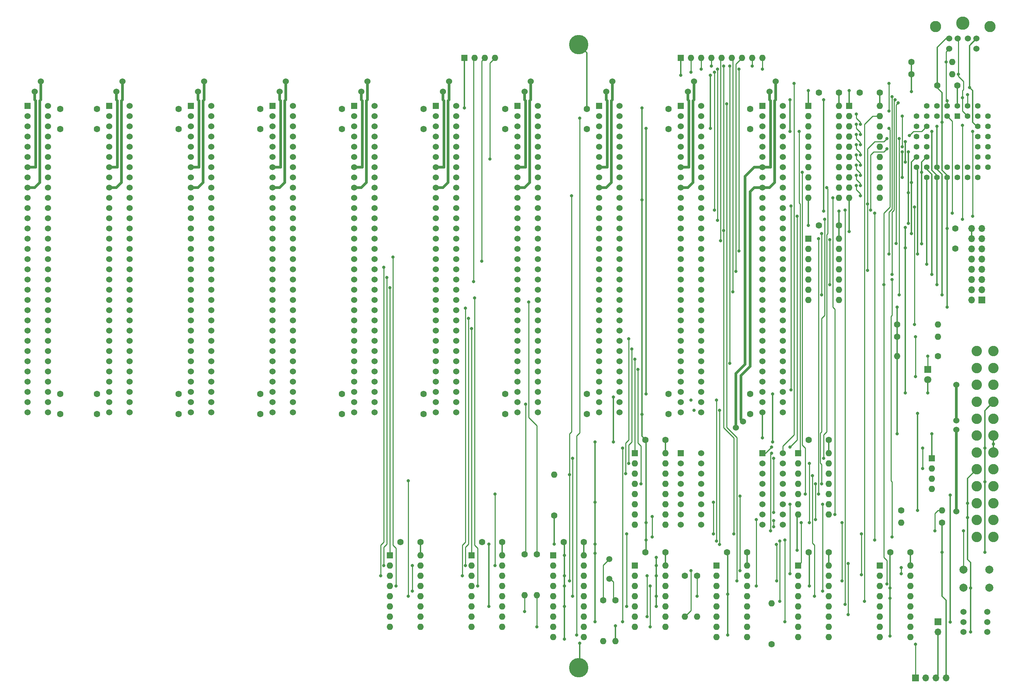
<source format=gbr>
G04 #@! TF.GenerationSoftware,KiCad,Pcbnew,(5.1.8)-1*
G04 #@! TF.CreationDate,2022-05-28T15:41:21-06:00*
G04 #@! TF.ProjectId,Multi,4d756c74-692e-46b6-9963-61645f706362,rev?*
G04 #@! TF.SameCoordinates,Original*
G04 #@! TF.FileFunction,Copper,L2,Bot*
G04 #@! TF.FilePolarity,Positive*
%FSLAX46Y46*%
G04 Gerber Fmt 4.6, Leading zero omitted, Abs format (unit mm)*
G04 Created by KiCad (PCBNEW (5.1.8)-1) date 2022-05-28 15:41:21*
%MOMM*%
%LPD*%
G01*
G04 APERTURE LIST*
G04 #@! TA.AperFunction,ComponentPad*
%ADD10C,1.524000*%
G04 #@! TD*
G04 #@! TA.AperFunction,ComponentPad*
%ADD11R,1.524000X1.524000*%
G04 #@! TD*
G04 #@! TA.AperFunction,ComponentPad*
%ADD12C,1.600000*%
G04 #@! TD*
G04 #@! TA.AperFunction,ComponentPad*
%ADD13O,1.600000X1.600000*%
G04 #@! TD*
G04 #@! TA.AperFunction,ComponentPad*
%ADD14R,1.600000X1.600000*%
G04 #@! TD*
G04 #@! TA.AperFunction,ComponentPad*
%ADD15C,4.826000*%
G04 #@! TD*
G04 #@! TA.AperFunction,ComponentPad*
%ADD16O,1.700000X1.700000*%
G04 #@! TD*
G04 #@! TA.AperFunction,ComponentPad*
%ADD17R,1.700000X1.700000*%
G04 #@! TD*
G04 #@! TA.AperFunction,ComponentPad*
%ADD18C,2.000000*%
G04 #@! TD*
G04 #@! TA.AperFunction,ComponentPad*
%ADD19C,1.800000*%
G04 #@! TD*
G04 #@! TA.AperFunction,ComponentPad*
%ADD20R,1.800000X1.800000*%
G04 #@! TD*
G04 #@! TA.AperFunction,ComponentPad*
%ADD21C,2.590800*%
G04 #@! TD*
G04 #@! TA.AperFunction,ComponentPad*
%ADD22C,2.794000*%
G04 #@! TD*
G04 #@! TA.AperFunction,ComponentPad*
%ADD23C,3.302000*%
G04 #@! TD*
G04 #@! TA.AperFunction,ComponentPad*
%ADD24C,1.500000*%
G04 #@! TD*
G04 #@! TA.AperFunction,ComponentPad*
%ADD25R,1.422400X1.422400*%
G04 #@! TD*
G04 #@! TA.AperFunction,ComponentPad*
%ADD26C,1.422400*%
G04 #@! TD*
G04 #@! TA.AperFunction,ViaPad*
%ADD27C,0.800000*%
G04 #@! TD*
G04 #@! TA.AperFunction,Conductor*
%ADD28C,0.330200*%
G04 #@! TD*
G04 #@! TA.AperFunction,Conductor*
%ADD29C,0.250000*%
G04 #@! TD*
G04 #@! TA.AperFunction,Conductor*
%ADD30C,0.635000*%
G04 #@! TD*
G04 #@! TA.AperFunction,Conductor*
%ADD31C,0.304800*%
G04 #@! TD*
G04 APERTURE END LIST*
D10*
G04 #@! TO.P,R,1*
G04 #@! TO.N,/12+*
X-97282000Y-37846000D03*
G04 #@! TD*
G04 #@! TO.P,R,1*
G04 #@! TO.N,/12-*
X-98806000Y-40386000D03*
G04 #@! TD*
G04 #@! TO.P,R,1*
G04 #@! TO.N,/12+*
X-76962000Y-37846000D03*
G04 #@! TD*
G04 #@! TO.P,R,1*
G04 #@! TO.N,/12-*
X-78486000Y-40386000D03*
G04 #@! TD*
G04 #@! TO.P,R,1*
G04 #@! TO.N,/12+*
X-56642000Y-37846000D03*
G04 #@! TD*
G04 #@! TO.P,R,1*
G04 #@! TO.N,/12-*
X-58166000Y-40386000D03*
G04 #@! TD*
G04 #@! TO.P,J15,62*
G04 #@! TO.N,/A0*
X26416000Y-120142000D03*
G04 #@! TO.P,J15,61*
G04 #@! TO.N,/A1*
X26416000Y-117602000D03*
G04 #@! TO.P,J15,60*
G04 #@! TO.N,/A2*
X26416000Y-115062000D03*
G04 #@! TO.P,J15,59*
G04 #@! TO.N,/A3*
X26416000Y-112522000D03*
G04 #@! TO.P,J15,58*
G04 #@! TO.N,/A4*
X26416000Y-109982000D03*
G04 #@! TO.P,J15,57*
G04 #@! TO.N,/A5*
X26416000Y-107442000D03*
G04 #@! TO.P,J15,56*
G04 #@! TO.N,/A6*
X26416000Y-104902000D03*
G04 #@! TO.P,J15,55*
G04 #@! TO.N,/A7*
X26416000Y-102362000D03*
G04 #@! TO.P,J15,54*
G04 #@! TO.N,/A8*
X26416000Y-99822000D03*
G04 #@! TO.P,J15,53*
G04 #@! TO.N,/A9*
X26416000Y-97282000D03*
G04 #@! TO.P,J15,52*
G04 #@! TO.N,/A10*
X26416000Y-94742000D03*
G04 #@! TO.P,J15,51*
G04 #@! TO.N,/A11*
X26416000Y-92202000D03*
G04 #@! TO.P,J15,50*
G04 #@! TO.N,/A12*
X26416000Y-89662000D03*
G04 #@! TO.P,J15,49*
G04 #@! TO.N,/A13*
X26416000Y-87122000D03*
G04 #@! TO.P,J15,48*
G04 #@! TO.N,/A14*
X26416000Y-84582000D03*
G04 #@! TO.P,J15,47*
G04 #@! TO.N,/A15*
X26416000Y-82042000D03*
G04 #@! TO.P,J15,46*
G04 #@! TO.N,/A16*
X26416000Y-79502000D03*
G04 #@! TO.P,J15,45*
G04 #@! TO.N,/A17*
X26416000Y-76962000D03*
G04 #@! TO.P,J15,44*
G04 #@! TO.N,/A18*
X26416000Y-74422000D03*
G04 #@! TO.P,J15,43*
G04 #@! TO.N,/A19*
X26416000Y-71882000D03*
G04 #@! TO.P,J15,42*
G04 #@! TO.N,/AEN*
X26416000Y-69342000D03*
G04 #@! TO.P,J15,41*
G04 #@! TO.N,/RDY1*
X26416000Y-66802000D03*
G04 #@! TO.P,J15,40*
G04 #@! TO.N,/D0*
X26416000Y-64262000D03*
G04 #@! TO.P,J15,39*
G04 #@! TO.N,/D1*
X26416000Y-61722000D03*
G04 #@! TO.P,J15,38*
G04 #@! TO.N,/D2*
X26416000Y-59182000D03*
G04 #@! TO.P,J15,37*
G04 #@! TO.N,/D3*
X26416000Y-56642000D03*
G04 #@! TO.P,J15,36*
G04 #@! TO.N,/D4*
X26416000Y-54102000D03*
G04 #@! TO.P,J15,35*
G04 #@! TO.N,/D5*
X26416000Y-51562000D03*
G04 #@! TO.P,J15,34*
G04 #@! TO.N,/D6*
X26416000Y-49022000D03*
G04 #@! TO.P,J15,33*
G04 #@! TO.N,/D7*
X26416000Y-46482000D03*
G04 #@! TO.P,J15,32*
G04 #@! TO.N,/CH_CK*
X26416000Y-43942000D03*
G04 #@! TO.P,J15,31*
G04 #@! TO.N,/GND*
X21336000Y-120142000D03*
G04 #@! TO.P,J15,30*
G04 #@! TO.N,/OSC88*
X21336000Y-117602000D03*
G04 #@! TO.P,J15,29*
G04 #@! TO.N,/5+*
X21336000Y-115062000D03*
G04 #@! TO.P,J15,28*
G04 #@! TO.N,/ALE*
X21336000Y-112522000D03*
G04 #@! TO.P,J15,27*
G04 #@! TO.N,/TC*
X21336000Y-109982000D03*
G04 #@! TO.P,J15,26*
G04 #@! TO.N,/DACK2*
X21336000Y-107442000D03*
G04 #@! TO.P,J15,25*
G04 #@! TO.N,/IRQ3*
X21336000Y-104902000D03*
G04 #@! TO.P,J15,24*
G04 #@! TO.N,/IRQ4*
X21336000Y-102362000D03*
G04 #@! TO.P,J15,23*
G04 #@! TO.N,/IRQ5*
X21336000Y-99822000D03*
G04 #@! TO.P,J15,22*
G04 #@! TO.N,/IRQ6*
X21336000Y-97282000D03*
G04 #@! TO.P,J15,21*
G04 #@! TO.N,/IRQ7*
X21336000Y-94742000D03*
G04 #@! TO.P,J15,20*
G04 #@! TO.N,/CLK88*
X21336000Y-92202000D03*
G04 #@! TO.P,J15,19*
G04 #@! TO.N,/REFRQ*
X21336000Y-89662000D03*
G04 #@! TO.P,J15,18*
G04 #@! TO.N,/DRQ1*
X21336000Y-87122000D03*
G04 #@! TO.P,J15,17*
G04 #@! TO.N,/DACK1*
X21336000Y-84582000D03*
G04 #@! TO.P,J15,16*
G04 #@! TO.N,/DRQ3*
X21336000Y-82042000D03*
G04 #@! TO.P,J15,15*
G04 #@! TO.N,/DACK3*
X21336000Y-79502000D03*
G04 #@! TO.P,J15,14*
G04 #@! TO.N,/IORD*
X21336000Y-76962000D03*
G04 #@! TO.P,J15,13*
G04 #@! TO.N,/IOWR*
X21336000Y-74422000D03*
G04 #@! TO.P,J15,12*
G04 #@! TO.N,/MRD*
X21336000Y-71882000D03*
G04 #@! TO.P,J15,11*
G04 #@! TO.N,/MWR*
X21336000Y-69342000D03*
G04 #@! TO.P,J15,10*
G04 #@! TO.N,/GND*
X21336000Y-66802000D03*
G04 #@! TO.P,J15,9*
G04 #@! TO.N,/12+*
X21336000Y-64262000D03*
G04 #@! TO.P,J15,8*
G04 #@! TO.N,/NC*
X21336000Y-61722000D03*
G04 #@! TO.P,J15,7*
G04 #@! TO.N,/12-*
X21336000Y-59182000D03*
G04 #@! TO.P,J15,6*
G04 #@! TO.N,/DRQ2*
X21336000Y-56642000D03*
G04 #@! TO.P,J15,5*
G04 #@! TO.N,/5-*
X21336000Y-54102000D03*
G04 #@! TO.P,J15,4*
G04 #@! TO.N,/IRQ2*
X21336000Y-51562000D03*
G04 #@! TO.P,J15,3*
G04 #@! TO.N,/5+*
X21336000Y-49022000D03*
G04 #@! TO.P,J15,2*
G04 #@! TO.N,/RESOUT*
X21336000Y-46482000D03*
D11*
G04 #@! TO.P,J15,1*
G04 #@! TO.N,/GND*
X21336000Y-43942000D03*
G04 #@! TD*
D10*
G04 #@! TO.P,J5,62*
G04 #@! TO.N,/A0*
X6096000Y-120142000D03*
G04 #@! TO.P,J5,61*
G04 #@! TO.N,/A1*
X6096000Y-117602000D03*
G04 #@! TO.P,J5,60*
G04 #@! TO.N,/A2*
X6096000Y-115062000D03*
G04 #@! TO.P,J5,59*
G04 #@! TO.N,/A3*
X6096000Y-112522000D03*
G04 #@! TO.P,J5,58*
G04 #@! TO.N,/A4*
X6096000Y-109982000D03*
G04 #@! TO.P,J5,57*
G04 #@! TO.N,/A5*
X6096000Y-107442000D03*
G04 #@! TO.P,J5,56*
G04 #@! TO.N,/A6*
X6096000Y-104902000D03*
G04 #@! TO.P,J5,55*
G04 #@! TO.N,/A7*
X6096000Y-102362000D03*
G04 #@! TO.P,J5,54*
G04 #@! TO.N,/A8*
X6096000Y-99822000D03*
G04 #@! TO.P,J5,53*
G04 #@! TO.N,/A9*
X6096000Y-97282000D03*
G04 #@! TO.P,J5,52*
G04 #@! TO.N,/A10*
X6096000Y-94742000D03*
G04 #@! TO.P,J5,51*
G04 #@! TO.N,/A11*
X6096000Y-92202000D03*
G04 #@! TO.P,J5,50*
G04 #@! TO.N,/A12*
X6096000Y-89662000D03*
G04 #@! TO.P,J5,49*
G04 #@! TO.N,/A13*
X6096000Y-87122000D03*
G04 #@! TO.P,J5,48*
G04 #@! TO.N,/A14*
X6096000Y-84582000D03*
G04 #@! TO.P,J5,47*
G04 #@! TO.N,/A15*
X6096000Y-82042000D03*
G04 #@! TO.P,J5,46*
G04 #@! TO.N,/A16*
X6096000Y-79502000D03*
G04 #@! TO.P,J5,45*
G04 #@! TO.N,/A17*
X6096000Y-76962000D03*
G04 #@! TO.P,J5,44*
G04 #@! TO.N,/A18*
X6096000Y-74422000D03*
G04 #@! TO.P,J5,43*
G04 #@! TO.N,/A19*
X6096000Y-71882000D03*
G04 #@! TO.P,J5,42*
G04 #@! TO.N,/AEN*
X6096000Y-69342000D03*
G04 #@! TO.P,J5,41*
G04 #@! TO.N,/RDY1*
X6096000Y-66802000D03*
G04 #@! TO.P,J5,40*
G04 #@! TO.N,/D0*
X6096000Y-64262000D03*
G04 #@! TO.P,J5,39*
G04 #@! TO.N,/D1*
X6096000Y-61722000D03*
G04 #@! TO.P,J5,38*
G04 #@! TO.N,/D2*
X6096000Y-59182000D03*
G04 #@! TO.P,J5,37*
G04 #@! TO.N,/D3*
X6096000Y-56642000D03*
G04 #@! TO.P,J5,36*
G04 #@! TO.N,/D4*
X6096000Y-54102000D03*
G04 #@! TO.P,J5,35*
G04 #@! TO.N,/D5*
X6096000Y-51562000D03*
G04 #@! TO.P,J5,34*
G04 #@! TO.N,/D6*
X6096000Y-49022000D03*
G04 #@! TO.P,J5,33*
G04 #@! TO.N,/D7*
X6096000Y-46482000D03*
G04 #@! TO.P,J5,32*
G04 #@! TO.N,/CH_CK*
X6096000Y-43942000D03*
G04 #@! TO.P,J5,31*
G04 #@! TO.N,/GND*
X1016000Y-120142000D03*
G04 #@! TO.P,J5,30*
G04 #@! TO.N,/OSC88*
X1016000Y-117602000D03*
G04 #@! TO.P,J5,29*
G04 #@! TO.N,/5+*
X1016000Y-115062000D03*
G04 #@! TO.P,J5,28*
G04 #@! TO.N,/ALE*
X1016000Y-112522000D03*
G04 #@! TO.P,J5,27*
G04 #@! TO.N,/TC*
X1016000Y-109982000D03*
G04 #@! TO.P,J5,26*
G04 #@! TO.N,/DACK2*
X1016000Y-107442000D03*
G04 #@! TO.P,J5,25*
G04 #@! TO.N,/IRQ3*
X1016000Y-104902000D03*
G04 #@! TO.P,J5,24*
G04 #@! TO.N,/IRQ4*
X1016000Y-102362000D03*
G04 #@! TO.P,J5,23*
G04 #@! TO.N,/IRQ5*
X1016000Y-99822000D03*
G04 #@! TO.P,J5,22*
G04 #@! TO.N,/IRQ6*
X1016000Y-97282000D03*
G04 #@! TO.P,J5,21*
G04 #@! TO.N,/IRQ7*
X1016000Y-94742000D03*
G04 #@! TO.P,J5,20*
G04 #@! TO.N,/CLK88*
X1016000Y-92202000D03*
G04 #@! TO.P,J5,19*
G04 #@! TO.N,/REFRQ*
X1016000Y-89662000D03*
G04 #@! TO.P,J5,18*
G04 #@! TO.N,/DRQ1*
X1016000Y-87122000D03*
G04 #@! TO.P,J5,17*
G04 #@! TO.N,/DACK1*
X1016000Y-84582000D03*
G04 #@! TO.P,J5,16*
G04 #@! TO.N,/DRQ3*
X1016000Y-82042000D03*
G04 #@! TO.P,J5,15*
G04 #@! TO.N,/DACK3*
X1016000Y-79502000D03*
G04 #@! TO.P,J5,14*
G04 #@! TO.N,/IORD*
X1016000Y-76962000D03*
G04 #@! TO.P,J5,13*
G04 #@! TO.N,/IOWR*
X1016000Y-74422000D03*
G04 #@! TO.P,J5,12*
G04 #@! TO.N,/MRD*
X1016000Y-71882000D03*
G04 #@! TO.P,J5,11*
G04 #@! TO.N,/MWR*
X1016000Y-69342000D03*
G04 #@! TO.P,J5,10*
G04 #@! TO.N,/GND*
X1016000Y-66802000D03*
G04 #@! TO.P,J5,9*
G04 #@! TO.N,/12+*
X1016000Y-64262000D03*
G04 #@! TO.P,J5,8*
G04 #@! TO.N,/NC*
X1016000Y-61722000D03*
G04 #@! TO.P,J5,7*
G04 #@! TO.N,/12-*
X1016000Y-59182000D03*
G04 #@! TO.P,J5,6*
G04 #@! TO.N,/DRQ2*
X1016000Y-56642000D03*
G04 #@! TO.P,J5,5*
G04 #@! TO.N,/5-*
X1016000Y-54102000D03*
G04 #@! TO.P,J5,4*
G04 #@! TO.N,/IRQ2*
X1016000Y-51562000D03*
G04 #@! TO.P,J5,3*
G04 #@! TO.N,/5+*
X1016000Y-49022000D03*
G04 #@! TO.P,J5,2*
G04 #@! TO.N,/RESOUT*
X1016000Y-46482000D03*
D11*
G04 #@! TO.P,J5,1*
G04 #@! TO.N,/GND*
X1016000Y-43942000D03*
G04 #@! TD*
D10*
G04 #@! TO.P,J4,62*
G04 #@! TO.N,/A0*
X-14224000Y-120142000D03*
G04 #@! TO.P,J4,61*
G04 #@! TO.N,/A1*
X-14224000Y-117602000D03*
G04 #@! TO.P,J4,60*
G04 #@! TO.N,/A2*
X-14224000Y-115062000D03*
G04 #@! TO.P,J4,59*
G04 #@! TO.N,/A3*
X-14224000Y-112522000D03*
G04 #@! TO.P,J4,58*
G04 #@! TO.N,/A4*
X-14224000Y-109982000D03*
G04 #@! TO.P,J4,57*
G04 #@! TO.N,/A5*
X-14224000Y-107442000D03*
G04 #@! TO.P,J4,56*
G04 #@! TO.N,/A6*
X-14224000Y-104902000D03*
G04 #@! TO.P,J4,55*
G04 #@! TO.N,/A7*
X-14224000Y-102362000D03*
G04 #@! TO.P,J4,54*
G04 #@! TO.N,/A8*
X-14224000Y-99822000D03*
G04 #@! TO.P,J4,53*
G04 #@! TO.N,/A9*
X-14224000Y-97282000D03*
G04 #@! TO.P,J4,52*
G04 #@! TO.N,/A10*
X-14224000Y-94742000D03*
G04 #@! TO.P,J4,51*
G04 #@! TO.N,/A11*
X-14224000Y-92202000D03*
G04 #@! TO.P,J4,50*
G04 #@! TO.N,/A12*
X-14224000Y-89662000D03*
G04 #@! TO.P,J4,49*
G04 #@! TO.N,/A13*
X-14224000Y-87122000D03*
G04 #@! TO.P,J4,48*
G04 #@! TO.N,/A14*
X-14224000Y-84582000D03*
G04 #@! TO.P,J4,47*
G04 #@! TO.N,/A15*
X-14224000Y-82042000D03*
G04 #@! TO.P,J4,46*
G04 #@! TO.N,/A16*
X-14224000Y-79502000D03*
G04 #@! TO.P,J4,45*
G04 #@! TO.N,/A17*
X-14224000Y-76962000D03*
G04 #@! TO.P,J4,44*
G04 #@! TO.N,/A18*
X-14224000Y-74422000D03*
G04 #@! TO.P,J4,43*
G04 #@! TO.N,/A19*
X-14224000Y-71882000D03*
G04 #@! TO.P,J4,42*
G04 #@! TO.N,/AEN*
X-14224000Y-69342000D03*
G04 #@! TO.P,J4,41*
G04 #@! TO.N,/RDY1*
X-14224000Y-66802000D03*
G04 #@! TO.P,J4,40*
G04 #@! TO.N,/D0*
X-14224000Y-64262000D03*
G04 #@! TO.P,J4,39*
G04 #@! TO.N,/D1*
X-14224000Y-61722000D03*
G04 #@! TO.P,J4,38*
G04 #@! TO.N,/D2*
X-14224000Y-59182000D03*
G04 #@! TO.P,J4,37*
G04 #@! TO.N,/D3*
X-14224000Y-56642000D03*
G04 #@! TO.P,J4,36*
G04 #@! TO.N,/D4*
X-14224000Y-54102000D03*
G04 #@! TO.P,J4,35*
G04 #@! TO.N,/D5*
X-14224000Y-51562000D03*
G04 #@! TO.P,J4,34*
G04 #@! TO.N,/D6*
X-14224000Y-49022000D03*
G04 #@! TO.P,J4,33*
G04 #@! TO.N,/D7*
X-14224000Y-46482000D03*
G04 #@! TO.P,J4,32*
G04 #@! TO.N,/CH_CK*
X-14224000Y-43942000D03*
G04 #@! TO.P,J4,31*
G04 #@! TO.N,/GND*
X-19304000Y-120142000D03*
G04 #@! TO.P,J4,30*
G04 #@! TO.N,/OSC88*
X-19304000Y-117602000D03*
G04 #@! TO.P,J4,29*
G04 #@! TO.N,/5+*
X-19304000Y-115062000D03*
G04 #@! TO.P,J4,28*
G04 #@! TO.N,/ALE*
X-19304000Y-112522000D03*
G04 #@! TO.P,J4,27*
G04 #@! TO.N,/TC*
X-19304000Y-109982000D03*
G04 #@! TO.P,J4,26*
G04 #@! TO.N,/DACK2*
X-19304000Y-107442000D03*
G04 #@! TO.P,J4,25*
G04 #@! TO.N,/IRQ3*
X-19304000Y-104902000D03*
G04 #@! TO.P,J4,24*
G04 #@! TO.N,/IRQ4*
X-19304000Y-102362000D03*
G04 #@! TO.P,J4,23*
G04 #@! TO.N,/IRQ5*
X-19304000Y-99822000D03*
G04 #@! TO.P,J4,22*
G04 #@! TO.N,/IRQ6*
X-19304000Y-97282000D03*
G04 #@! TO.P,J4,21*
G04 #@! TO.N,/IRQ7*
X-19304000Y-94742000D03*
G04 #@! TO.P,J4,20*
G04 #@! TO.N,/CLK88*
X-19304000Y-92202000D03*
G04 #@! TO.P,J4,19*
G04 #@! TO.N,/REFRQ*
X-19304000Y-89662000D03*
G04 #@! TO.P,J4,18*
G04 #@! TO.N,/DRQ1*
X-19304000Y-87122000D03*
G04 #@! TO.P,J4,17*
G04 #@! TO.N,/DACK1*
X-19304000Y-84582000D03*
G04 #@! TO.P,J4,16*
G04 #@! TO.N,/DRQ3*
X-19304000Y-82042000D03*
G04 #@! TO.P,J4,15*
G04 #@! TO.N,/DACK3*
X-19304000Y-79502000D03*
G04 #@! TO.P,J4,14*
G04 #@! TO.N,/IORD*
X-19304000Y-76962000D03*
G04 #@! TO.P,J4,13*
G04 #@! TO.N,/IOWR*
X-19304000Y-74422000D03*
G04 #@! TO.P,J4,12*
G04 #@! TO.N,/MRD*
X-19304000Y-71882000D03*
G04 #@! TO.P,J4,11*
G04 #@! TO.N,/MWR*
X-19304000Y-69342000D03*
G04 #@! TO.P,J4,10*
G04 #@! TO.N,/GND*
X-19304000Y-66802000D03*
G04 #@! TO.P,J4,9*
G04 #@! TO.N,/12+*
X-19304000Y-64262000D03*
G04 #@! TO.P,J4,8*
G04 #@! TO.N,/NC*
X-19304000Y-61722000D03*
G04 #@! TO.P,J4,7*
G04 #@! TO.N,/12-*
X-19304000Y-59182000D03*
G04 #@! TO.P,J4,6*
G04 #@! TO.N,/DRQ2*
X-19304000Y-56642000D03*
G04 #@! TO.P,J4,5*
G04 #@! TO.N,/5-*
X-19304000Y-54102000D03*
G04 #@! TO.P,J4,4*
G04 #@! TO.N,/IRQ2*
X-19304000Y-51562000D03*
G04 #@! TO.P,J4,3*
G04 #@! TO.N,/5+*
X-19304000Y-49022000D03*
G04 #@! TO.P,J4,2*
G04 #@! TO.N,/RESOUT*
X-19304000Y-46482000D03*
D11*
G04 #@! TO.P,J4,1*
G04 #@! TO.N,/GND*
X-19304000Y-43942000D03*
G04 #@! TD*
D12*
G04 #@! TO.P,C33,2*
G04 #@! TO.N,/5+*
X-42672000Y-49704000D03*
G04 #@! TO.P,C33,1*
G04 #@! TO.N,/GND*
X-42672000Y-44704000D03*
G04 #@! TD*
G04 #@! TO.P,C32,2*
G04 #@! TO.N,/5+*
X-22352000Y-115570000D03*
G04 #@! TO.P,C32,1*
G04 #@! TO.N,/GND*
X-22352000Y-120570000D03*
G04 #@! TD*
G04 #@! TO.P,C31,2*
G04 #@! TO.N,/5+*
X-42672000Y-115570000D03*
G04 #@! TO.P,C31,1*
G04 #@! TO.N,/GND*
X-42672000Y-120570000D03*
G04 #@! TD*
G04 #@! TO.P,C30,2*
G04 #@! TO.N,/5+*
X-22352000Y-49707800D03*
G04 #@! TO.P,C30,1*
G04 #@! TO.N,/GND*
X-22352000Y-44707800D03*
G04 #@! TD*
G04 #@! TO.P,C21,2*
G04 #@! TO.N,/5+*
X-62992000Y-115570000D03*
G04 #@! TO.P,C21,1*
G04 #@! TO.N,/GND*
X-62992000Y-120570000D03*
G04 #@! TD*
G04 #@! TO.P,C20,2*
G04 #@! TO.N,/5+*
X-62992000Y-49704000D03*
G04 #@! TO.P,C20,1*
G04 #@! TO.N,/GND*
X-62992000Y-44704000D03*
G04 #@! TD*
D13*
G04 #@! TO.P,U2,20*
G04 #@! TO.N,/5+*
X111506000Y-43942000D03*
G04 #@! TO.P,U2,10*
G04 #@! TO.N,/GND*
X103886000Y-66802000D03*
G04 #@! TO.P,U2,19*
G04 #@! TO.N,/PORT_61_RD*
X111506000Y-46482000D03*
G04 #@! TO.P,U2,9*
G04 #@! TO.N,/D0*
X103886000Y-64262000D03*
G04 #@! TO.P,U2,18*
G04 #@! TO.N,/PORT_61_7*
X111506000Y-49022000D03*
G04 #@! TO.P,U2,8*
G04 #@! TO.N,/D1*
X103886000Y-61722000D03*
G04 #@! TO.P,U2,17*
G04 #@! TO.N,/PORT_61_6*
X111506000Y-51562000D03*
G04 #@! TO.P,U2,7*
G04 #@! TO.N,/D2*
X103886000Y-59182000D03*
G04 #@! TO.P,U2,16*
G04 #@! TO.N,/NMI_EN*
X111506000Y-54102000D03*
G04 #@! TO.P,U2,6*
G04 #@! TO.N,/D3*
X103886000Y-56642000D03*
G04 #@! TO.P,U2,15*
G04 #@! TO.N,/PORT_61_4*
X111506000Y-56642000D03*
G04 #@! TO.P,U2,5*
G04 #@! TO.N,/D4*
X103886000Y-54102000D03*
G04 #@! TO.P,U2,14*
G04 #@! TO.N,/PORT_61_3*
X111506000Y-59182000D03*
G04 #@! TO.P,U2,4*
G04 #@! TO.N,/D5*
X103886000Y-51562000D03*
G04 #@! TO.P,U2,13*
G04 #@! TO.N,/PORT_61_2*
X111506000Y-61722000D03*
G04 #@! TO.P,U2,3*
G04 #@! TO.N,/D6*
X103886000Y-49022000D03*
G04 #@! TO.P,U2,12*
G04 #@! TO.N,/SPK_EN*
X111506000Y-64262000D03*
G04 #@! TO.P,U2,2*
G04 #@! TO.N,/D7*
X103886000Y-46482000D03*
G04 #@! TO.P,U2,11*
G04 #@! TO.N,/SPK_GO*
X111506000Y-66802000D03*
D14*
G04 #@! TO.P,U2,1*
G04 #@! TO.N,/GND*
X103886000Y-43942000D03*
G04 #@! TD*
D13*
G04 #@! TO.P,U13,16*
G04 #@! TO.N,/5+*
X119126000Y-158242000D03*
G04 #@! TO.P,U13,8*
G04 #@! TO.N,/GND*
X111506000Y-176022000D03*
G04 #@! TO.P,U13,15*
G04 #@! TO.N,/IO_0061*
X119126000Y-160782000D03*
G04 #@! TO.P,U13,7*
G04 #@! TO.N,Net-(U13-Pad7)*
X111506000Y-173482000D03*
G04 #@! TO.P,U13,14*
G04 #@! TO.N,/IORD*
X119126000Y-163322000D03*
G04 #@! TO.P,U13,6*
G04 #@! TO.N,Net-(U13-Pad6)*
X111506000Y-170942000D03*
G04 #@! TO.P,U13,13*
G04 #@! TO.N,/GND*
X119126000Y-165862000D03*
G04 #@! TO.P,U13,5*
G04 #@! TO.N,Net-(U13-Pad5)*
X111506000Y-168402000D03*
G04 #@! TO.P,U13,12*
G04 #@! TO.N,/PORT_61_RD*
X119126000Y-168402000D03*
G04 #@! TO.P,U13,4*
G04 #@! TO.N,/PORT_0X61_EN*
X111506000Y-165862000D03*
G04 #@! TO.P,U13,11*
G04 #@! TO.N,Net-(U13-Pad11)*
X119126000Y-170942000D03*
G04 #@! TO.P,U13,3*
G04 #@! TO.N,/GND*
X111506000Y-163322000D03*
G04 #@! TO.P,U13,10*
G04 #@! TO.N,Net-(U13-Pad10)*
X119126000Y-173482000D03*
G04 #@! TO.P,U13,2*
G04 #@! TO.N,/IOWR*
X111506000Y-160782000D03*
G04 #@! TO.P,U13,9*
G04 #@! TO.N,Net-(U13-Pad9)*
X119126000Y-176022000D03*
D14*
G04 #@! TO.P,U13,1*
G04 #@! TO.N,/IO_0061*
X111506000Y-158242000D03*
G04 #@! TD*
D12*
G04 #@! TO.P,C19,2*
G04 #@! TO.N,/5+*
X111506000Y-40640000D03*
G04 #@! TO.P,C19,1*
G04 #@! TO.N,/GND*
X106506000Y-40640000D03*
G04 #@! TD*
G04 #@! TO.P,C18,2*
G04 #@! TO.N,/5+*
X119126000Y-154940000D03*
G04 #@! TO.P,C18,1*
G04 #@! TO.N,/GND*
X114126000Y-154940000D03*
G04 #@! TD*
D13*
G04 #@! TO.P,RN3,4*
G04 #@! TO.N,/DRQ0*
X124460000Y-139192000D03*
G04 #@! TO.P,RN3,3*
G04 #@! TO.N,/HOLD*
X124460000Y-136652000D03*
G04 #@! TO.P,RN3,2*
G04 #@! TO.N,/NMI_EN*
X124460000Y-134112000D03*
D14*
G04 #@! TO.P,RN3,1*
G04 #@! TO.N,/GND*
X124460000Y-131572000D03*
G04 #@! TD*
D10*
G04 #@! TO.P,R,1*
G04 #@! TO.N,/12+*
X-36322000Y-37846000D03*
G04 #@! TD*
G04 #@! TO.P,R,1*
G04 #@! TO.N,/12-*
X-37846000Y-40386000D03*
G04 #@! TD*
G04 #@! TO.P,R,1*
G04 #@! TO.N,/12+*
X-16002000Y-37846000D03*
G04 #@! TD*
G04 #@! TO.P,R,1*
G04 #@! TO.N,/12-*
X-17526000Y-40386000D03*
G04 #@! TD*
G04 #@! TO.P,R,1*
G04 #@! TO.N,/12+*
X4318000Y-37846000D03*
G04 #@! TD*
G04 #@! TO.P,R,1*
G04 #@! TO.N,/12-*
X2794000Y-40386000D03*
G04 #@! TD*
D12*
G04 #@! TO.P,C17,2*
G04 #@! TO.N,/5+*
X-2032000Y-49704000D03*
G04 #@! TO.P,C17,1*
G04 #@! TO.N,/GND*
X-2032000Y-44704000D03*
G04 #@! TD*
G04 #@! TO.P,C16,2*
G04 #@! TO.N,/5+*
X-2032000Y-115570000D03*
G04 #@! TO.P,C16,1*
G04 #@! TO.N,/GND*
X-2032000Y-120570000D03*
G04 #@! TD*
G04 #@! TO.P,C15,2*
G04 #@! TO.N,/5+*
X-83312000Y-49704000D03*
G04 #@! TO.P,C15,1*
G04 #@! TO.N,/GND*
X-83312000Y-44704000D03*
G04 #@! TD*
G04 #@! TO.P,C14,2*
G04 #@! TO.N,/5+*
X18288000Y-115570000D03*
G04 #@! TO.P,C14,1*
G04 #@! TO.N,/GND*
X18288000Y-120570000D03*
G04 #@! TD*
G04 #@! TO.P,C13,2*
G04 #@! TO.N,/5+*
X18288000Y-49704000D03*
G04 #@! TO.P,C13,1*
G04 #@! TO.N,/GND*
X18288000Y-44704000D03*
G04 #@! TD*
G04 #@! TO.P,C11,2*
G04 #@! TO.N,/5+*
X-83312000Y-115570000D03*
G04 #@! TO.P,C11,1*
G04 #@! TO.N,/GND*
X-83312000Y-120570000D03*
G04 #@! TD*
G04 #@! TO.P,C27,2*
G04 #@! TO.N,/5+*
X-92456000Y-115570000D03*
G04 #@! TO.P,C27,1*
G04 #@! TO.N,/GND*
X-92456000Y-120570000D03*
G04 #@! TD*
D10*
G04 #@! TO.P,J14,62*
G04 #@! TO.N,/A0*
X-54864000Y-120142000D03*
G04 #@! TO.P,J14,61*
G04 #@! TO.N,/A1*
X-54864000Y-117602000D03*
G04 #@! TO.P,J14,60*
G04 #@! TO.N,/A2*
X-54864000Y-115062000D03*
G04 #@! TO.P,J14,59*
G04 #@! TO.N,/A3*
X-54864000Y-112522000D03*
G04 #@! TO.P,J14,58*
G04 #@! TO.N,/A4*
X-54864000Y-109982000D03*
G04 #@! TO.P,J14,57*
G04 #@! TO.N,/A5*
X-54864000Y-107442000D03*
G04 #@! TO.P,J14,56*
G04 #@! TO.N,/A6*
X-54864000Y-104902000D03*
G04 #@! TO.P,J14,55*
G04 #@! TO.N,/A7*
X-54864000Y-102362000D03*
G04 #@! TO.P,J14,54*
G04 #@! TO.N,/A8*
X-54864000Y-99822000D03*
G04 #@! TO.P,J14,53*
G04 #@! TO.N,/A9*
X-54864000Y-97282000D03*
G04 #@! TO.P,J14,52*
G04 #@! TO.N,/A10*
X-54864000Y-94742000D03*
G04 #@! TO.P,J14,51*
G04 #@! TO.N,/A11*
X-54864000Y-92202000D03*
G04 #@! TO.P,J14,50*
G04 #@! TO.N,/A12*
X-54864000Y-89662000D03*
G04 #@! TO.P,J14,49*
G04 #@! TO.N,/A13*
X-54864000Y-87122000D03*
G04 #@! TO.P,J14,48*
G04 #@! TO.N,/A14*
X-54864000Y-84582000D03*
G04 #@! TO.P,J14,47*
G04 #@! TO.N,/A15*
X-54864000Y-82042000D03*
G04 #@! TO.P,J14,46*
G04 #@! TO.N,/A16*
X-54864000Y-79502000D03*
G04 #@! TO.P,J14,45*
G04 #@! TO.N,/A17*
X-54864000Y-76962000D03*
G04 #@! TO.P,J14,44*
G04 #@! TO.N,/A18*
X-54864000Y-74422000D03*
G04 #@! TO.P,J14,43*
G04 #@! TO.N,/A19*
X-54864000Y-71882000D03*
G04 #@! TO.P,J14,42*
G04 #@! TO.N,/AEN*
X-54864000Y-69342000D03*
G04 #@! TO.P,J14,41*
G04 #@! TO.N,/RDY1*
X-54864000Y-66802000D03*
G04 #@! TO.P,J14,40*
G04 #@! TO.N,/D0*
X-54864000Y-64262000D03*
G04 #@! TO.P,J14,39*
G04 #@! TO.N,/D1*
X-54864000Y-61722000D03*
G04 #@! TO.P,J14,38*
G04 #@! TO.N,/D2*
X-54864000Y-59182000D03*
G04 #@! TO.P,J14,37*
G04 #@! TO.N,/D3*
X-54864000Y-56642000D03*
G04 #@! TO.P,J14,36*
G04 #@! TO.N,/D4*
X-54864000Y-54102000D03*
G04 #@! TO.P,J14,35*
G04 #@! TO.N,/D5*
X-54864000Y-51562000D03*
G04 #@! TO.P,J14,34*
G04 #@! TO.N,/D6*
X-54864000Y-49022000D03*
G04 #@! TO.P,J14,33*
G04 #@! TO.N,/D7*
X-54864000Y-46482000D03*
G04 #@! TO.P,J14,32*
G04 #@! TO.N,/CH_CK*
X-54864000Y-43942000D03*
G04 #@! TO.P,J14,31*
G04 #@! TO.N,/GND*
X-59944000Y-120142000D03*
G04 #@! TO.P,J14,30*
G04 #@! TO.N,/OSC88*
X-59944000Y-117602000D03*
G04 #@! TO.P,J14,29*
G04 #@! TO.N,/5+*
X-59944000Y-115062000D03*
G04 #@! TO.P,J14,28*
G04 #@! TO.N,/ALE*
X-59944000Y-112522000D03*
G04 #@! TO.P,J14,27*
G04 #@! TO.N,/TC*
X-59944000Y-109982000D03*
G04 #@! TO.P,J14,26*
G04 #@! TO.N,/DACK2*
X-59944000Y-107442000D03*
G04 #@! TO.P,J14,25*
G04 #@! TO.N,/IRQ3*
X-59944000Y-104902000D03*
G04 #@! TO.P,J14,24*
G04 #@! TO.N,/IRQ4*
X-59944000Y-102362000D03*
G04 #@! TO.P,J14,23*
G04 #@! TO.N,/IRQ5*
X-59944000Y-99822000D03*
G04 #@! TO.P,J14,22*
G04 #@! TO.N,/IRQ6*
X-59944000Y-97282000D03*
G04 #@! TO.P,J14,21*
G04 #@! TO.N,/IRQ7*
X-59944000Y-94742000D03*
G04 #@! TO.P,J14,20*
G04 #@! TO.N,/CLK88*
X-59944000Y-92202000D03*
G04 #@! TO.P,J14,19*
G04 #@! TO.N,/REFRQ*
X-59944000Y-89662000D03*
G04 #@! TO.P,J14,18*
G04 #@! TO.N,/DRQ1*
X-59944000Y-87122000D03*
G04 #@! TO.P,J14,17*
G04 #@! TO.N,/DACK1*
X-59944000Y-84582000D03*
G04 #@! TO.P,J14,16*
G04 #@! TO.N,/DRQ3*
X-59944000Y-82042000D03*
G04 #@! TO.P,J14,15*
G04 #@! TO.N,/DACK3*
X-59944000Y-79502000D03*
G04 #@! TO.P,J14,14*
G04 #@! TO.N,/IORD*
X-59944000Y-76962000D03*
G04 #@! TO.P,J14,13*
G04 #@! TO.N,/IOWR*
X-59944000Y-74422000D03*
G04 #@! TO.P,J14,12*
G04 #@! TO.N,/MRD*
X-59944000Y-71882000D03*
G04 #@! TO.P,J14,11*
G04 #@! TO.N,/MWR*
X-59944000Y-69342000D03*
G04 #@! TO.P,J14,10*
G04 #@! TO.N,/GND*
X-59944000Y-66802000D03*
G04 #@! TO.P,J14,9*
G04 #@! TO.N,/12+*
X-59944000Y-64262000D03*
G04 #@! TO.P,J14,8*
G04 #@! TO.N,/NC*
X-59944000Y-61722000D03*
G04 #@! TO.P,J14,7*
G04 #@! TO.N,/12-*
X-59944000Y-59182000D03*
G04 #@! TO.P,J14,6*
G04 #@! TO.N,/DRQ2*
X-59944000Y-56642000D03*
G04 #@! TO.P,J14,5*
G04 #@! TO.N,/5-*
X-59944000Y-54102000D03*
G04 #@! TO.P,J14,4*
G04 #@! TO.N,/IRQ2*
X-59944000Y-51562000D03*
G04 #@! TO.P,J14,3*
G04 #@! TO.N,/5+*
X-59944000Y-49022000D03*
G04 #@! TO.P,J14,2*
G04 #@! TO.N,/RESOUT*
X-59944000Y-46482000D03*
D11*
G04 #@! TO.P,J14,1*
G04 #@! TO.N,/GND*
X-59944000Y-43942000D03*
G04 #@! TD*
D10*
G04 #@! TO.P,J13,62*
G04 #@! TO.N,/A0*
X-75184000Y-120142000D03*
G04 #@! TO.P,J13,61*
G04 #@! TO.N,/A1*
X-75184000Y-117602000D03*
G04 #@! TO.P,J13,60*
G04 #@! TO.N,/A2*
X-75184000Y-115062000D03*
G04 #@! TO.P,J13,59*
G04 #@! TO.N,/A3*
X-75184000Y-112522000D03*
G04 #@! TO.P,J13,58*
G04 #@! TO.N,/A4*
X-75184000Y-109982000D03*
G04 #@! TO.P,J13,57*
G04 #@! TO.N,/A5*
X-75184000Y-107442000D03*
G04 #@! TO.P,J13,56*
G04 #@! TO.N,/A6*
X-75184000Y-104902000D03*
G04 #@! TO.P,J13,55*
G04 #@! TO.N,/A7*
X-75184000Y-102362000D03*
G04 #@! TO.P,J13,54*
G04 #@! TO.N,/A8*
X-75184000Y-99822000D03*
G04 #@! TO.P,J13,53*
G04 #@! TO.N,/A9*
X-75184000Y-97282000D03*
G04 #@! TO.P,J13,52*
G04 #@! TO.N,/A10*
X-75184000Y-94742000D03*
G04 #@! TO.P,J13,51*
G04 #@! TO.N,/A11*
X-75184000Y-92202000D03*
G04 #@! TO.P,J13,50*
G04 #@! TO.N,/A12*
X-75184000Y-89662000D03*
G04 #@! TO.P,J13,49*
G04 #@! TO.N,/A13*
X-75184000Y-87122000D03*
G04 #@! TO.P,J13,48*
G04 #@! TO.N,/A14*
X-75184000Y-84582000D03*
G04 #@! TO.P,J13,47*
G04 #@! TO.N,/A15*
X-75184000Y-82042000D03*
G04 #@! TO.P,J13,46*
G04 #@! TO.N,/A16*
X-75184000Y-79502000D03*
G04 #@! TO.P,J13,45*
G04 #@! TO.N,/A17*
X-75184000Y-76962000D03*
G04 #@! TO.P,J13,44*
G04 #@! TO.N,/A18*
X-75184000Y-74422000D03*
G04 #@! TO.P,J13,43*
G04 #@! TO.N,/A19*
X-75184000Y-71882000D03*
G04 #@! TO.P,J13,42*
G04 #@! TO.N,/AEN*
X-75184000Y-69342000D03*
G04 #@! TO.P,J13,41*
G04 #@! TO.N,/RDY1*
X-75184000Y-66802000D03*
G04 #@! TO.P,J13,40*
G04 #@! TO.N,/D0*
X-75184000Y-64262000D03*
G04 #@! TO.P,J13,39*
G04 #@! TO.N,/D1*
X-75184000Y-61722000D03*
G04 #@! TO.P,J13,38*
G04 #@! TO.N,/D2*
X-75184000Y-59182000D03*
G04 #@! TO.P,J13,37*
G04 #@! TO.N,/D3*
X-75184000Y-56642000D03*
G04 #@! TO.P,J13,36*
G04 #@! TO.N,/D4*
X-75184000Y-54102000D03*
G04 #@! TO.P,J13,35*
G04 #@! TO.N,/D5*
X-75184000Y-51562000D03*
G04 #@! TO.P,J13,34*
G04 #@! TO.N,/D6*
X-75184000Y-49022000D03*
G04 #@! TO.P,J13,33*
G04 #@! TO.N,/D7*
X-75184000Y-46482000D03*
G04 #@! TO.P,J13,32*
G04 #@! TO.N,/CH_CK*
X-75184000Y-43942000D03*
G04 #@! TO.P,J13,31*
G04 #@! TO.N,/GND*
X-80264000Y-120142000D03*
G04 #@! TO.P,J13,30*
G04 #@! TO.N,/OSC88*
X-80264000Y-117602000D03*
G04 #@! TO.P,J13,29*
G04 #@! TO.N,/5+*
X-80264000Y-115062000D03*
G04 #@! TO.P,J13,28*
G04 #@! TO.N,/ALE*
X-80264000Y-112522000D03*
G04 #@! TO.P,J13,27*
G04 #@! TO.N,/TC*
X-80264000Y-109982000D03*
G04 #@! TO.P,J13,26*
G04 #@! TO.N,/DACK2*
X-80264000Y-107442000D03*
G04 #@! TO.P,J13,25*
G04 #@! TO.N,/IRQ3*
X-80264000Y-104902000D03*
G04 #@! TO.P,J13,24*
G04 #@! TO.N,/IRQ4*
X-80264000Y-102362000D03*
G04 #@! TO.P,J13,23*
G04 #@! TO.N,/IRQ5*
X-80264000Y-99822000D03*
G04 #@! TO.P,J13,22*
G04 #@! TO.N,/IRQ6*
X-80264000Y-97282000D03*
G04 #@! TO.P,J13,21*
G04 #@! TO.N,/IRQ7*
X-80264000Y-94742000D03*
G04 #@! TO.P,J13,20*
G04 #@! TO.N,/CLK88*
X-80264000Y-92202000D03*
G04 #@! TO.P,J13,19*
G04 #@! TO.N,/REFRQ*
X-80264000Y-89662000D03*
G04 #@! TO.P,J13,18*
G04 #@! TO.N,/DRQ1*
X-80264000Y-87122000D03*
G04 #@! TO.P,J13,17*
G04 #@! TO.N,/DACK1*
X-80264000Y-84582000D03*
G04 #@! TO.P,J13,16*
G04 #@! TO.N,/DRQ3*
X-80264000Y-82042000D03*
G04 #@! TO.P,J13,15*
G04 #@! TO.N,/DACK3*
X-80264000Y-79502000D03*
G04 #@! TO.P,J13,14*
G04 #@! TO.N,/IORD*
X-80264000Y-76962000D03*
G04 #@! TO.P,J13,13*
G04 #@! TO.N,/IOWR*
X-80264000Y-74422000D03*
G04 #@! TO.P,J13,12*
G04 #@! TO.N,/MRD*
X-80264000Y-71882000D03*
G04 #@! TO.P,J13,11*
G04 #@! TO.N,/MWR*
X-80264000Y-69342000D03*
G04 #@! TO.P,J13,10*
G04 #@! TO.N,/GND*
X-80264000Y-66802000D03*
G04 #@! TO.P,J13,9*
G04 #@! TO.N,/12+*
X-80264000Y-64262000D03*
G04 #@! TO.P,J13,8*
G04 #@! TO.N,/NC*
X-80264000Y-61722000D03*
G04 #@! TO.P,J13,7*
G04 #@! TO.N,/12-*
X-80264000Y-59182000D03*
G04 #@! TO.P,J13,6*
G04 #@! TO.N,/DRQ2*
X-80264000Y-56642000D03*
G04 #@! TO.P,J13,5*
G04 #@! TO.N,/5-*
X-80264000Y-54102000D03*
G04 #@! TO.P,J13,4*
G04 #@! TO.N,/IRQ2*
X-80264000Y-51562000D03*
G04 #@! TO.P,J13,3*
G04 #@! TO.N,/5+*
X-80264000Y-49022000D03*
G04 #@! TO.P,J13,2*
G04 #@! TO.N,/RESOUT*
X-80264000Y-46482000D03*
D11*
G04 #@! TO.P,J13,1*
G04 #@! TO.N,/GND*
X-80264000Y-43942000D03*
G04 #@! TD*
D10*
G04 #@! TO.P,J12,62*
G04 #@! TO.N,/A0*
X-95504000Y-120142000D03*
G04 #@! TO.P,J12,61*
G04 #@! TO.N,/A1*
X-95504000Y-117602000D03*
G04 #@! TO.P,J12,60*
G04 #@! TO.N,/A2*
X-95504000Y-115062000D03*
G04 #@! TO.P,J12,59*
G04 #@! TO.N,/A3*
X-95504000Y-112522000D03*
G04 #@! TO.P,J12,58*
G04 #@! TO.N,/A4*
X-95504000Y-109982000D03*
G04 #@! TO.P,J12,57*
G04 #@! TO.N,/A5*
X-95504000Y-107442000D03*
G04 #@! TO.P,J12,56*
G04 #@! TO.N,/A6*
X-95504000Y-104902000D03*
G04 #@! TO.P,J12,55*
G04 #@! TO.N,/A7*
X-95504000Y-102362000D03*
G04 #@! TO.P,J12,54*
G04 #@! TO.N,/A8*
X-95504000Y-99822000D03*
G04 #@! TO.P,J12,53*
G04 #@! TO.N,/A9*
X-95504000Y-97282000D03*
G04 #@! TO.P,J12,52*
G04 #@! TO.N,/A10*
X-95504000Y-94742000D03*
G04 #@! TO.P,J12,51*
G04 #@! TO.N,/A11*
X-95504000Y-92202000D03*
G04 #@! TO.P,J12,50*
G04 #@! TO.N,/A12*
X-95504000Y-89662000D03*
G04 #@! TO.P,J12,49*
G04 #@! TO.N,/A13*
X-95504000Y-87122000D03*
G04 #@! TO.P,J12,48*
G04 #@! TO.N,/A14*
X-95504000Y-84582000D03*
G04 #@! TO.P,J12,47*
G04 #@! TO.N,/A15*
X-95504000Y-82042000D03*
G04 #@! TO.P,J12,46*
G04 #@! TO.N,/A16*
X-95504000Y-79502000D03*
G04 #@! TO.P,J12,45*
G04 #@! TO.N,/A17*
X-95504000Y-76962000D03*
G04 #@! TO.P,J12,44*
G04 #@! TO.N,/A18*
X-95504000Y-74422000D03*
G04 #@! TO.P,J12,43*
G04 #@! TO.N,/A19*
X-95504000Y-71882000D03*
G04 #@! TO.P,J12,42*
G04 #@! TO.N,/AEN*
X-95504000Y-69342000D03*
G04 #@! TO.P,J12,41*
G04 #@! TO.N,/RDY1*
X-95504000Y-66802000D03*
G04 #@! TO.P,J12,40*
G04 #@! TO.N,/D0*
X-95504000Y-64262000D03*
G04 #@! TO.P,J12,39*
G04 #@! TO.N,/D1*
X-95504000Y-61722000D03*
G04 #@! TO.P,J12,38*
G04 #@! TO.N,/D2*
X-95504000Y-59182000D03*
G04 #@! TO.P,J12,37*
G04 #@! TO.N,/D3*
X-95504000Y-56642000D03*
G04 #@! TO.P,J12,36*
G04 #@! TO.N,/D4*
X-95504000Y-54102000D03*
G04 #@! TO.P,J12,35*
G04 #@! TO.N,/D5*
X-95504000Y-51562000D03*
G04 #@! TO.P,J12,34*
G04 #@! TO.N,/D6*
X-95504000Y-49022000D03*
G04 #@! TO.P,J12,33*
G04 #@! TO.N,/D7*
X-95504000Y-46482000D03*
G04 #@! TO.P,J12,32*
G04 #@! TO.N,/CH_CK*
X-95504000Y-43942000D03*
G04 #@! TO.P,J12,31*
G04 #@! TO.N,/GND*
X-100584000Y-120142000D03*
G04 #@! TO.P,J12,30*
G04 #@! TO.N,/OSC88*
X-100584000Y-117602000D03*
G04 #@! TO.P,J12,29*
G04 #@! TO.N,/5+*
X-100584000Y-115062000D03*
G04 #@! TO.P,J12,28*
G04 #@! TO.N,/ALE*
X-100584000Y-112522000D03*
G04 #@! TO.P,J12,27*
G04 #@! TO.N,/TC*
X-100584000Y-109982000D03*
G04 #@! TO.P,J12,26*
G04 #@! TO.N,/DACK2*
X-100584000Y-107442000D03*
G04 #@! TO.P,J12,25*
G04 #@! TO.N,/IRQ3*
X-100584000Y-104902000D03*
G04 #@! TO.P,J12,24*
G04 #@! TO.N,/IRQ4*
X-100584000Y-102362000D03*
G04 #@! TO.P,J12,23*
G04 #@! TO.N,/IRQ5*
X-100584000Y-99822000D03*
G04 #@! TO.P,J12,22*
G04 #@! TO.N,/IRQ6*
X-100584000Y-97282000D03*
G04 #@! TO.P,J12,21*
G04 #@! TO.N,/IRQ7*
X-100584000Y-94742000D03*
G04 #@! TO.P,J12,20*
G04 #@! TO.N,/CLK88*
X-100584000Y-92202000D03*
G04 #@! TO.P,J12,19*
G04 #@! TO.N,/REFRQ*
X-100584000Y-89662000D03*
G04 #@! TO.P,J12,18*
G04 #@! TO.N,/DRQ1*
X-100584000Y-87122000D03*
G04 #@! TO.P,J12,17*
G04 #@! TO.N,/DACK1*
X-100584000Y-84582000D03*
G04 #@! TO.P,J12,16*
G04 #@! TO.N,/DRQ3*
X-100584000Y-82042000D03*
G04 #@! TO.P,J12,15*
G04 #@! TO.N,/DACK3*
X-100584000Y-79502000D03*
G04 #@! TO.P,J12,14*
G04 #@! TO.N,/IORD*
X-100584000Y-76962000D03*
G04 #@! TO.P,J12,13*
G04 #@! TO.N,/IOWR*
X-100584000Y-74422000D03*
G04 #@! TO.P,J12,12*
G04 #@! TO.N,/MRD*
X-100584000Y-71882000D03*
G04 #@! TO.P,J12,11*
G04 #@! TO.N,/MWR*
X-100584000Y-69342000D03*
G04 #@! TO.P,J12,10*
G04 #@! TO.N,/GND*
X-100584000Y-66802000D03*
G04 #@! TO.P,J12,9*
G04 #@! TO.N,/12+*
X-100584000Y-64262000D03*
G04 #@! TO.P,J12,8*
G04 #@! TO.N,/NC*
X-100584000Y-61722000D03*
G04 #@! TO.P,J12,7*
G04 #@! TO.N,/12-*
X-100584000Y-59182000D03*
G04 #@! TO.P,J12,6*
G04 #@! TO.N,/DRQ2*
X-100584000Y-56642000D03*
G04 #@! TO.P,J12,5*
G04 #@! TO.N,/5-*
X-100584000Y-54102000D03*
G04 #@! TO.P,J12,4*
G04 #@! TO.N,/IRQ2*
X-100584000Y-51562000D03*
G04 #@! TO.P,J12,3*
G04 #@! TO.N,/5+*
X-100584000Y-49022000D03*
G04 #@! TO.P,J12,2*
G04 #@! TO.N,/RESOUT*
X-100584000Y-46482000D03*
D11*
G04 #@! TO.P,J12,1*
G04 #@! TO.N,/GND*
X-100584000Y-43942000D03*
G04 #@! TD*
D10*
G04 #@! TO.P,J11,16*
G04 #@! TO.N,/RESET*
X67056000Y-130302000D03*
G04 #@! TO.P,J11,15*
G04 #@! TO.N,/READY*
X67056000Y-132842000D03*
D11*
G04 #@! TO.P,J11,1*
G04 #@! TO.N,/IRQ1*
X61976000Y-130302000D03*
D10*
G04 #@! TO.P,J11,2*
G04 #@! TO.N,/IO_000X*
X61976000Y-132842000D03*
G04 #@! TO.P,J11,3*
G04 #@! TO.N,/IO_002X*
X61976000Y-135382000D03*
G04 #@! TO.P,J11,4*
G04 #@! TO.N,/IO_004X*
X61976000Y-137922000D03*
G04 #@! TO.P,J11,5*
G04 #@! TO.N,/IO_006X*
X61976000Y-140462000D03*
G04 #@! TO.P,J11,6*
G04 #@! TO.N,/IO_008X*
X61976000Y-143002000D03*
G04 #@! TO.P,J11,7*
G04 #@! TO.N,/NC_1*
X61976000Y-145542000D03*
G04 #@! TO.P,J11,8*
G04 #@! TO.N,/NMI*
X61976000Y-148082000D03*
G04 #@! TO.P,J11,9*
G04 #@! TO.N,/SPK_OUT*
X67056000Y-148082000D03*
G04 #@! TO.P,J11,10*
G04 #@! TO.N,/SPK_GO*
X67056000Y-145542000D03*
G04 #@! TO.P,J11,11*
G04 #@! TO.N,/HF_PCLK*
X67056000Y-143002000D03*
G04 #@! TO.P,J11,12*
G04 #@! TO.N,/DRQ0*
X67056000Y-140462000D03*
G04 #@! TO.P,J11,13*
G04 #@! TO.N,/HOLDA*
X67056000Y-137922000D03*
G04 #@! TO.P,J11,14*
G04 #@! TO.N,/HOLD*
X67056000Y-135382000D03*
G04 #@! TD*
D15*
G04 #@! TO.P,REF\u002A\u002A,*
G04 #@! TO.N,/GND*
X36576000Y-183642000D03*
G04 #@! TD*
D13*
G04 #@! TO.P,RN1,4*
G04 #@! TO.N,/DRQ2*
X15748000Y-32004000D03*
G04 #@! TO.P,RN1,3*
G04 #@! TO.N,/DRQ3*
X13208000Y-32004000D03*
G04 #@! TO.P,RN1,2*
G04 #@! TO.N,/DRQ1*
X10668000Y-32004000D03*
D14*
G04 #@! TO.P,RN1,1*
G04 #@! TO.N,/GND*
X8128000Y-32004000D03*
G04 #@! TD*
D13*
G04 #@! TO.P,R13,2*
G04 #@! TO.N,/TC*
X125984000Y-101346000D03*
D12*
G04 #@! TO.P,R13,1*
G04 #@! TO.N,/GND*
X115824000Y-101346000D03*
G04 #@! TD*
D13*
G04 #@! TO.P,R12,2*
G04 #@! TO.N,/AEN*
X125984000Y-98298000D03*
D12*
G04 #@! TO.P,R12,1*
G04 #@! TO.N,/GND*
X115824000Y-98298000D03*
G04 #@! TD*
D13*
G04 #@! TO.P,RN2,9*
G04 #@! TO.N,/DACK3*
X82296000Y-32004000D03*
G04 #@! TO.P,RN2,8*
G04 #@! TO.N,/DACK2*
X79756000Y-32004000D03*
G04 #@! TO.P,RN2,7*
G04 #@! TO.N,/DACK1*
X77216000Y-32004000D03*
G04 #@! TO.P,RN2,6*
G04 #@! TO.N,/REFRQ*
X74676000Y-32004000D03*
G04 #@! TO.P,RN2,5*
G04 #@! TO.N,/IORD*
X72136000Y-32004000D03*
G04 #@! TO.P,RN2,4*
G04 #@! TO.N,/IOWR*
X69596000Y-32004000D03*
G04 #@! TO.P,RN2,3*
G04 #@! TO.N,/MRD*
X67056000Y-32004000D03*
G04 #@! TO.P,RN2,2*
G04 #@! TO.N,/MWR*
X64516000Y-32004000D03*
D14*
G04 #@! TO.P,RN2,1*
G04 #@! TO.N,/5+*
X61976000Y-32004000D03*
G04 #@! TD*
D10*
G04 #@! TO.P,R,1*
G04 #@! TO.N,/12+*
X130556000Y-113284000D03*
G04 #@! TD*
G04 #@! TO.P,R,1*
G04 #@! TO.N,/12+*
X130556000Y-122174000D03*
G04 #@! TD*
G04 #@! TO.P,R,1*
G04 #@! TO.N,/12-*
X130556000Y-144780000D03*
G04 #@! TD*
G04 #@! TO.P,R,1*
G04 #@! TO.N,/12-*
X130556000Y-124460000D03*
G04 #@! TD*
D13*
G04 #@! TO.P,R9,2*
G04 #@! TO.N,/T1*
X129540000Y-36040000D03*
D12*
G04 #@! TO.P,R9,1*
G04 #@! TO.N,/5+*
X119380000Y-36040000D03*
G04 #@! TD*
D13*
G04 #@! TO.P,R8,2*
G04 #@! TO.N,/T0*
X129540000Y-33020000D03*
D12*
G04 #@! TO.P,R8,1*
G04 #@! TO.N,/5+*
X119380000Y-33020000D03*
G04 #@! TD*
D13*
G04 #@! TO.P,R7,2*
G04 #@! TO.N,/CH_CK*
X116840000Y-147574000D03*
D12*
G04 #@! TO.P,R7,1*
G04 #@! TO.N,/5+*
X127000000Y-147574000D03*
G04 #@! TD*
D13*
G04 #@! TO.P,R6,2*
G04 #@! TO.N,/RDY1*
X30480000Y-135636000D03*
D12*
G04 #@! TO.P,R6,1*
G04 #@! TO.N,/5+*
X30480000Y-145796000D03*
G04 #@! TD*
D10*
G04 #@! TO.P,R,1*
G04 #@! TO.N,/12-*
X75692000Y-123952000D03*
G04 #@! TD*
G04 #@! TO.P,R,1*
G04 #@! TO.N,/12+*
X77470000Y-122428000D03*
G04 #@! TD*
D12*
G04 #@! TO.P,C10,2*
G04 #@! TO.N,/5+*
X130302000Y-79422000D03*
G04 #@! TO.P,C10,1*
G04 #@! TO.N,/GND*
X130302000Y-74422000D03*
G04 #@! TD*
G04 #@! TO.P,C9,2*
G04 #@! TO.N,/5+*
X130810000Y-38862000D03*
G04 #@! TO.P,C9,1*
G04 #@! TO.N,/GND*
X125810000Y-38862000D03*
G04 #@! TD*
D13*
G04 #@! TO.P,R4,2*
G04 #@! TO.N,/GND*
X42672000Y-177038000D03*
D12*
G04 #@! TO.P,R4,1*
G04 #@! TO.N,/X1_8284*
X42672000Y-166878000D03*
G04 #@! TD*
D13*
G04 #@! TO.P,R2,2*
G04 #@! TO.N,/GND*
X45720000Y-177038000D03*
D12*
G04 #@! TO.P,R2,1*
G04 #@! TO.N,/X2_8284*
X45720000Y-166878000D03*
G04 #@! TD*
D13*
G04 #@! TO.P,R18,2*
G04 #@! TO.N,/CLK*
X26162000Y-165608000D03*
D12*
G04 #@! TO.P,R18,1*
G04 #@! TO.N,/CLK88*
X26162000Y-155448000D03*
G04 #@! TD*
D13*
G04 #@! TO.P,R17,2*
G04 #@! TO.N,/PCLK*
X62992000Y-170942000D03*
D12*
G04 #@! TO.P,R17,1*
G04 #@! TO.N,/PCLK88*
X62992000Y-160782000D03*
G04 #@! TD*
D13*
G04 #@! TO.P,R14,2*
G04 #@! TO.N,/OSC*
X23114000Y-165608000D03*
D12*
G04 #@! TO.P,R14,1*
G04 #@! TO.N,/OSC88*
X23114000Y-155448000D03*
G04 #@! TD*
D13*
G04 #@! TO.P,R5,2*
G04 #@! TO.N,/RESET*
X127000000Y-144526000D03*
D12*
G04 #@! TO.P,R5,1*
G04 #@! TO.N,/POWER_GOOD*
X116840000Y-144526000D03*
G04 #@! TD*
D13*
G04 #@! TO.P,R3,2*
G04 #@! TO.N,/OSC*
X66040000Y-170942000D03*
D12*
G04 #@! TO.P,R3,1*
G04 #@! TO.N,/OSC88HF*
X66040000Y-160782000D03*
G04 #@! TD*
D13*
G04 #@! TO.P,R112,2*
G04 #@! TO.N,/SPK_PIN*
X84582000Y-167640000D03*
D12*
G04 #@! TO.P,R112,1*
G04 #@! TO.N,/SPK_PIN_O*
X84582000Y-177800000D03*
G04 #@! TD*
D16*
G04 #@! TO.P,J6,2*
G04 #@! TO.N,/GND*
X125984000Y-174752000D03*
D17*
G04 #@! TO.P,J6,1*
G04 #@! TO.N,/POWER_ON*
X125984000Y-172212000D03*
G04 #@! TD*
D16*
G04 #@! TO.P,J3,4*
G04 #@! TO.N,/5+*
X128016000Y-186182000D03*
G04 #@! TO.P,J3,3*
G04 #@! TO.N,/GND*
X125476000Y-186182000D03*
G04 #@! TO.P,J3,2*
G04 #@! TO.N,Net-(J3-Pad2)*
X122936000Y-186182000D03*
D17*
G04 #@! TO.P,J3,1*
G04 #@! TO.N,/SPK_PIN_O*
X120396000Y-186182000D03*
G04 #@! TD*
D12*
G04 #@! TO.P,C1,2*
G04 #@! TO.N,/5+*
X101346000Y-73660000D03*
G04 #@! TO.P,C1,1*
G04 #@! TO.N,/GND*
X96346000Y-73660000D03*
G04 #@! TD*
D13*
G04 #@! TO.P,U11,16*
G04 #@! TO.N,/5+*
X78486000Y-158242000D03*
G04 #@! TO.P,U11,8*
G04 #@! TO.N,/GND*
X70866000Y-176022000D03*
G04 #@! TO.P,U11,15*
G04 #@! TO.N,/SPK_EN_*
X78486000Y-160782000D03*
G04 #@! TO.P,U11,7*
G04 #@! TO.N,Net-(U11-Pad7)*
X70866000Y-173482000D03*
G04 #@! TO.P,U11,14*
G04 #@! TO.N,/SPK_OUT*
X78486000Y-163322000D03*
G04 #@! TO.P,U11,6*
G04 #@! TO.N,Net-(U11-Pad6)*
X70866000Y-170942000D03*
G04 #@! TO.P,U11,13*
G04 #@! TO.N,/GND*
X78486000Y-165862000D03*
G04 #@! TO.P,U11,5*
G04 #@! TO.N,Net-(U11-Pad5)*
X70866000Y-168402000D03*
G04 #@! TO.P,U11,12*
G04 #@! TO.N,/SPK_PIN*
X78486000Y-168402000D03*
G04 #@! TO.P,U11,4*
G04 #@! TO.N,Net-(U11-Pad4)*
X70866000Y-165862000D03*
G04 #@! TO.P,U11,11*
G04 #@! TO.N,Net-(U11-Pad11)*
X78486000Y-170942000D03*
G04 #@! TO.P,U11,3*
G04 #@! TO.N,Net-(U11-Pad3)*
X70866000Y-163322000D03*
G04 #@! TO.P,U11,10*
G04 #@! TO.N,Net-(U11-Pad10)*
X78486000Y-173482000D03*
G04 #@! TO.P,U11,2*
G04 #@! TO.N,Net-(U11-Pad2)*
X70866000Y-160782000D03*
G04 #@! TO.P,U11,9*
G04 #@! TO.N,Net-(U11-Pad9)*
X78486000Y-176022000D03*
D14*
G04 #@! TO.P,U11,1*
G04 #@! TO.N,Net-(U11-Pad1)*
X70866000Y-158242000D03*
G04 #@! TD*
D10*
G04 #@! TO.P,J10,16*
G04 #@! TO.N,/RESET*
X87376000Y-130302000D03*
G04 #@! TO.P,J10,15*
G04 #@! TO.N,/READY*
X87376000Y-132842000D03*
D11*
G04 #@! TO.P,J10,1*
G04 #@! TO.N,/IRQ1*
X82296000Y-130302000D03*
D10*
G04 #@! TO.P,J10,2*
G04 #@! TO.N,/IO_000X*
X82296000Y-132842000D03*
G04 #@! TO.P,J10,3*
G04 #@! TO.N,/IO_002X*
X82296000Y-135382000D03*
G04 #@! TO.P,J10,4*
G04 #@! TO.N,/IO_004X*
X82296000Y-137922000D03*
G04 #@! TO.P,J10,5*
G04 #@! TO.N,/IO_006X*
X82296000Y-140462000D03*
G04 #@! TO.P,J10,6*
G04 #@! TO.N,/IO_008X*
X82296000Y-143002000D03*
G04 #@! TO.P,J10,7*
G04 #@! TO.N,/NC_1*
X82296000Y-145542000D03*
G04 #@! TO.P,J10,8*
G04 #@! TO.N,/NMI*
X82296000Y-148082000D03*
G04 #@! TO.P,J10,9*
G04 #@! TO.N,/SPK_OUT*
X87376000Y-148082000D03*
G04 #@! TO.P,J10,10*
G04 #@! TO.N,/SPK_GO*
X87376000Y-145542000D03*
G04 #@! TO.P,J10,11*
G04 #@! TO.N,/HF_PCLK*
X87376000Y-143002000D03*
G04 #@! TO.P,J10,12*
G04 #@! TO.N,/DRQ0*
X87376000Y-140462000D03*
G04 #@! TO.P,J10,13*
G04 #@! TO.N,/HOLDA*
X87376000Y-137922000D03*
G04 #@! TO.P,J10,14*
G04 #@! TO.N,/HOLD*
X87376000Y-135382000D03*
G04 #@! TD*
D18*
G04 #@! TO.P,SW1,1*
G04 #@! TO.N,/RESET*
X138834000Y-159258000D03*
G04 #@! TO.P,SW1,2*
G04 #@! TO.N,/GND*
X138834000Y-163758000D03*
G04 #@! TO.P,SW1,1*
G04 #@! TO.N,/RESET*
X132334000Y-159258000D03*
G04 #@! TO.P,SW1,2*
G04 #@! TO.N,/GND*
X132334000Y-163758000D03*
G04 #@! TD*
D13*
G04 #@! TO.P,R1,2*
G04 #@! TO.N,/GND*
X115824000Y-106172000D03*
D12*
G04 #@! TO.P,R1,1*
G04 #@! TO.N,/LED_GND*
X125984000Y-106172000D03*
G04 #@! TD*
D19*
G04 #@! TO.P,D1,2*
G04 #@! TO.N,/5+*
X123444000Y-112014000D03*
D20*
G04 #@! TO.P,D1,1*
G04 #@! TO.N,/LED_GND*
X123444000Y-109474000D03*
G04 #@! TD*
D12*
G04 #@! TO.P,C7,2*
G04 #@! TO.N,/5+*
X101346000Y-40640000D03*
G04 #@! TO.P,C7,1*
G04 #@! TO.N,/GND*
X96346000Y-40640000D03*
G04 #@! TD*
D10*
G04 #@! TO.P,8x8mm1,6*
G04 #@! TO.N,Net-(8x8mm1-Pad6)*
X138334000Y-169752000D03*
G04 #@! TO.P,8x8mm1,5*
G04 #@! TO.N,Net-(8x8mm1-Pad5)*
X138334000Y-172252000D03*
G04 #@! TO.P,8x8mm1,4*
G04 #@! TO.N,Net-(8x8mm1-Pad4)*
X138334000Y-174752000D03*
G04 #@! TO.P,8x8mm1,3*
G04 #@! TO.N,/GND*
X132334000Y-174752000D03*
G04 #@! TO.P,8x8mm1,2*
G04 #@! TO.N,/POWER_ON*
X132334000Y-172252000D03*
G04 #@! TO.P,8x8mm1,1*
G04 #@! TO.N,Net-(8x8mm1-Pad1)*
X132334000Y-169752000D03*
G04 #@! TD*
D21*
G04 #@! TO.P,ATXPOWER1,14*
G04 #@! TO.N,/12-*
X139836000Y-146902000D03*
G04 #@! TO.P,ATXPOWER1,13*
G04 #@! TO.N,Net-(ATXPOWER1-Pad13)*
X139836000Y-151102000D03*
G04 #@! TO.P,ATXPOWER1,15*
G04 #@! TO.N,/GND*
X139836000Y-142702000D03*
G04 #@! TO.P,ATXPOWER1,24*
G04 #@! TO.N,Net-(ATXPOWER1-Pad24)*
X139836000Y-104902000D03*
G04 #@! TO.P,ATXPOWER1,23*
G04 #@! TO.N,Net-(ATXPOWER1-Pad23)*
X139836000Y-109102000D03*
G04 #@! TO.P,ATXPOWER1,22*
G04 #@! TO.N,Net-(ATXPOWER1-Pad22)*
X139836000Y-113302000D03*
G04 #@! TO.P,ATXPOWER1,21*
G04 #@! TO.N,/5+*
X139836000Y-117502000D03*
G04 #@! TO.P,ATXPOWER1,18*
G04 #@! TO.N,/GND*
X139836000Y-130102000D03*
G04 #@! TO.P,ATXPOWER1,20*
G04 #@! TO.N,Net-(ATXPOWER1-Pad20)*
X139836000Y-121702000D03*
G04 #@! TO.P,ATXPOWER1,19*
G04 #@! TO.N,/GND*
X139836000Y-125902000D03*
G04 #@! TO.P,ATXPOWER1,16*
G04 #@! TO.N,/POWER_ON*
X139836000Y-138502000D03*
G04 #@! TO.P,ATXPOWER1,17*
G04 #@! TO.N,Net-(ATXPOWER1-Pad17)*
X139836000Y-134302000D03*
G04 #@! TO.P,ATXPOWER1,1*
G04 #@! TO.N,Net-(ATXPOWER1-Pad1)*
X135636000Y-151102000D03*
G04 #@! TO.P,ATXPOWER1,2*
G04 #@! TO.N,Net-(ATXPOWER1-Pad2)*
X135636000Y-146902000D03*
G04 #@! TO.P,ATXPOWER1,3*
G04 #@! TO.N,/GND*
X135636000Y-142702000D03*
G04 #@! TO.P,ATXPOWER1,4*
G04 #@! TO.N,/5+*
X135636000Y-138502000D03*
G04 #@! TO.P,ATXPOWER1,5*
G04 #@! TO.N,/GND*
X135636000Y-134302000D03*
G04 #@! TO.P,ATXPOWER1,6*
G04 #@! TO.N,/5+*
X135636000Y-130102000D03*
G04 #@! TO.P,ATXPOWER1,7*
G04 #@! TO.N,Net-(ATXPOWER1-Pad7)*
X135636000Y-125902000D03*
G04 #@! TO.P,ATXPOWER1,8*
G04 #@! TO.N,/POWER_GOOD*
X135636000Y-121702000D03*
G04 #@! TO.P,ATXPOWER1,9*
G04 #@! TO.N,Net-(ATXPOWER1-Pad9)*
X135636000Y-117502000D03*
G04 #@! TO.P,ATXPOWER1,10*
G04 #@! TO.N,/12+*
X135636000Y-113302000D03*
G04 #@! TO.P,ATXPOWER1,11*
G04 #@! TO.N,Net-(ATXPOWER1-Pad11)*
X135636000Y-109102000D03*
G04 #@! TO.P,ATXPOWER1,12*
G04 #@! TO.N,Net-(ATXPOWER1-Pad12)*
X135636000Y-104902000D03*
G04 #@! TD*
D12*
G04 #@! TO.P,C29,2*
G04 #@! TO.N,/5+*
X38608000Y-115570000D03*
G04 #@! TO.P,C29,1*
G04 #@! TO.N,/GND*
X38608000Y-120570000D03*
G04 #@! TD*
G04 #@! TO.P,C28,2*
G04 #@! TO.N,/5+*
X58928000Y-115570000D03*
G04 #@! TO.P,C28,1*
G04 #@! TO.N,/GND*
X58928000Y-120570000D03*
G04 #@! TD*
G04 #@! TO.P,C26,2*
G04 #@! TO.N,/5+*
X79248000Y-115570000D03*
G04 #@! TO.P,C26,1*
G04 #@! TO.N,/GND*
X79248000Y-120570000D03*
G04 #@! TD*
G04 #@! TO.P,C25,2*
G04 #@! TO.N,/5+*
X38608000Y-49704000D03*
G04 #@! TO.P,C25,1*
G04 #@! TO.N,/GND*
X38608000Y-44704000D03*
G04 #@! TD*
G04 #@! TO.P,C24,2*
G04 #@! TO.N,/5+*
X-92456000Y-49704000D03*
G04 #@! TO.P,C24,1*
G04 #@! TO.N,/GND*
X-92456000Y-44704000D03*
G04 #@! TD*
G04 #@! TO.P,C23,2*
G04 #@! TO.N,/5+*
X79248000Y-49704000D03*
G04 #@! TO.P,C23,1*
G04 #@! TO.N,/GND*
X79248000Y-44704000D03*
G04 #@! TD*
G04 #@! TO.P,C22,2*
G04 #@! TO.N,/5+*
X58928000Y-49704000D03*
G04 #@! TO.P,C22,1*
G04 #@! TO.N,/GND*
X58928000Y-44704000D03*
G04 #@! TD*
D22*
G04 #@! TO.P,J2,*
G04 #@! TO.N,*
X125425200Y-24180800D03*
X138938000Y-24180800D03*
D23*
X132181600Y-23368000D03*
D10*
G04 #@! TO.P,J2,6*
G04 #@! TO.N,Net-(J2-Pad6)*
X135585200Y-29667200D03*
G04 #@! TO.P,J2,5*
G04 #@! TO.N,/T0*
X128778000Y-29667200D03*
G04 #@! TO.P,J2,2*
G04 #@! TO.N,Net-(J2-Pad2)*
X133477000Y-27178000D03*
G04 #@! TO.P,J2,1*
G04 #@! TO.N,/T1*
X130886200Y-27178000D03*
G04 #@! TO.P,J2,4*
G04 #@! TO.N,/5+*
X135585200Y-27178000D03*
G04 #@! TO.P,J2,3*
G04 #@! TO.N,/GND*
X128778000Y-27178000D03*
G04 #@! TD*
D14*
G04 #@! TO.P,U12,1*
G04 #@! TO.N,/NMI_EN_139*
X91186000Y-158242000D03*
D13*
G04 #@! TO.P,U12,9*
G04 #@! TO.N,Net-(U12-Pad9)*
X98806000Y-176022000D03*
G04 #@! TO.P,U12,2*
G04 #@! TO.N,/CH_CK*
X91186000Y-160782000D03*
G04 #@! TO.P,U12,10*
G04 #@! TO.N,Net-(U12-Pad10)*
X98806000Y-173482000D03*
G04 #@! TO.P,U12,3*
G04 #@! TO.N,/GND*
X91186000Y-163322000D03*
G04 #@! TO.P,U12,11*
G04 #@! TO.N,/IO_0061*
X98806000Y-170942000D03*
G04 #@! TO.P,U12,4*
G04 #@! TO.N,/NMI_INPUT*
X91186000Y-165862000D03*
G04 #@! TO.P,U12,12*
G04 #@! TO.N,/IO_0060*
X98806000Y-168402000D03*
G04 #@! TO.P,U12,5*
G04 #@! TO.N,Net-(U12-Pad5)*
X91186000Y-168402000D03*
G04 #@! TO.P,U12,13*
G04 #@! TO.N,/A1*
X98806000Y-165862000D03*
G04 #@! TO.P,U12,6*
G04 #@! TO.N,Net-(U12-Pad6)*
X91186000Y-170942000D03*
G04 #@! TO.P,U12,14*
G04 #@! TO.N,/A0*
X98806000Y-163322000D03*
G04 #@! TO.P,U12,7*
G04 #@! TO.N,Net-(U12-Pad7)*
X91186000Y-173482000D03*
G04 #@! TO.P,U12,15*
G04 #@! TO.N,/IO_006X*
X98806000Y-160782000D03*
G04 #@! TO.P,U12,8*
G04 #@! TO.N,/GND*
X91186000Y-176022000D03*
G04 #@! TO.P,U12,16*
G04 #@! TO.N,/5+*
X98806000Y-158242000D03*
G04 #@! TD*
D10*
G04 #@! TO.P,R,1*
G04 #@! TO.N,/12-*
X43434000Y-40386000D03*
G04 #@! TD*
G04 #@! TO.P,R,1*
G04 #@! TO.N,/12+*
X44958000Y-37846000D03*
G04 #@! TD*
G04 #@! TO.P,R,1*
G04 #@! TO.N,/12+*
X24638000Y-37846000D03*
G04 #@! TD*
G04 #@! TO.P,R,1*
G04 #@! TO.N,/12-*
X23114000Y-40386000D03*
G04 #@! TD*
D15*
G04 #@! TO.P,REF\u002A\u002A,*
G04 #@! TO.N,/GND*
X36576000Y-28702000D03*
G04 #@! TD*
D10*
G04 #@! TO.P,R,1*
G04 #@! TO.N,/12-*
X84074000Y-40386000D03*
G04 #@! TD*
G04 #@! TO.P,R,1*
G04 #@! TO.N,/12+*
X85598000Y-37846000D03*
G04 #@! TD*
G04 #@! TO.P,R,1*
G04 #@! TO.N,/12-*
X63754000Y-40386000D03*
G04 #@! TD*
G04 #@! TO.P,R,1*
G04 #@! TO.N,/12+*
X65278000Y-37846000D03*
G04 #@! TD*
D16*
G04 #@! TO.P,CH376,16*
G04 #@! TO.N,/GND*
X134366000Y-74422000D03*
G04 #@! TO.P,CH376,15*
G04 #@! TO.N,/D0*
X136906000Y-74422000D03*
G04 #@! TO.P,CH376,14*
G04 #@! TO.N,/GND*
X134366000Y-76962000D03*
G04 #@! TO.P,CH376,13*
G04 #@! TO.N,/D1*
X136906000Y-76962000D03*
G04 #@! TO.P,CH376,12*
G04 #@! TO.N,/5+*
X134366000Y-79502000D03*
G04 #@! TO.P,CH376,11*
G04 #@! TO.N,/D2*
X136906000Y-79502000D03*
G04 #@! TO.P,CH376,10*
G04 #@! TO.N,Net-(CH376-Pad10)*
X134366000Y-82042000D03*
G04 #@! TO.P,CH376,9*
G04 #@! TO.N,/D3*
X136906000Y-82042000D03*
G04 #@! TO.P,CH376,8*
G04 #@! TO.N,/A2*
X134366000Y-84582000D03*
G04 #@! TO.P,CH376,7*
G04 #@! TO.N,/D4*
X136906000Y-84582000D03*
G04 #@! TO.P,CH376,6*
G04 #@! TO.N,/IO_00EX*
X134366000Y-87122000D03*
G04 #@! TO.P,CH376,5*
G04 #@! TO.N,/D5*
X136906000Y-87122000D03*
G04 #@! TO.P,CH376,4*
G04 #@! TO.N,/IORD*
X134366000Y-89662000D03*
G04 #@! TO.P,CH376,3*
G04 #@! TO.N,/D6*
X136906000Y-89662000D03*
G04 #@! TO.P,CH376,2*
G04 #@! TO.N,/IOWR*
X134366000Y-92202000D03*
D17*
G04 #@! TO.P,CH376,1*
G04 #@! TO.N,/D7*
X136906000Y-92202000D03*
G04 #@! TD*
D13*
G04 #@! TO.P,U7,16*
G04 #@! TO.N,/5+*
X-2794000Y-155702000D03*
G04 #@! TO.P,U7,8*
G04 #@! TO.N,/GND*
X-10414000Y-173482000D03*
G04 #@! TO.P,U7,15*
G04 #@! TO.N,/IO_0XXX*
X-2794000Y-158242000D03*
G04 #@! TO.P,U7,7*
G04 #@! TO.N,Net-(U7-Pad7)*
X-10414000Y-170942000D03*
G04 #@! TO.P,U7,14*
G04 #@! TO.N,Net-(U7-Pad14)*
X-2794000Y-160782000D03*
G04 #@! TO.P,U7,6*
G04 #@! TO.N,/5+*
X-10414000Y-168402000D03*
G04 #@! TO.P,U7,13*
G04 #@! TO.N,Net-(U7-Pad13)*
X-2794000Y-163322000D03*
G04 #@! TO.P,U7,5*
G04 #@! TO.N,/HOLDA*
X-10414000Y-165862000D03*
G04 #@! TO.P,U7,12*
G04 #@! TO.N,Net-(U7-Pad12)*
X-2794000Y-165862000D03*
G04 #@! TO.P,U7,4*
G04 #@! TO.N,/A15*
X-10414000Y-163322000D03*
G04 #@! TO.P,U7,11*
G04 #@! TO.N,Net-(U7-Pad11)*
X-2794000Y-168402000D03*
G04 #@! TO.P,U7,3*
G04 #@! TO.N,/A14*
X-10414000Y-160782000D03*
G04 #@! TO.P,U7,10*
G04 #@! TO.N,Net-(U7-Pad10)*
X-2794000Y-170942000D03*
G04 #@! TO.P,U7,2*
G04 #@! TO.N,/A13*
X-10414000Y-158242000D03*
G04 #@! TO.P,U7,9*
G04 #@! TO.N,Net-(U7-Pad9)*
X-2794000Y-173482000D03*
D14*
G04 #@! TO.P,U7,1*
G04 #@! TO.N,/A12*
X-10414000Y-155702000D03*
G04 #@! TD*
G04 #@! TO.P,U9,1*
G04 #@! TO.N,/GND*
X30226000Y-155702000D03*
D13*
G04 #@! TO.P,U9,10*
G04 #@! TO.N,/RESOUT*
X37846000Y-176022000D03*
G04 #@! TO.P,U9,2*
G04 #@! TO.N,/PCLK*
X30226000Y-158242000D03*
G04 #@! TO.P,U9,11*
G04 #@! TO.N,/RESET*
X37846000Y-173482000D03*
G04 #@! TO.P,U9,3*
G04 #@! TO.N,/GND*
X30226000Y-160782000D03*
G04 #@! TO.P,U9,12*
G04 #@! TO.N,/OSC*
X37846000Y-170942000D03*
G04 #@! TO.P,U9,4*
G04 #@! TO.N,/RDY1*
X30226000Y-163322000D03*
G04 #@! TO.P,U9,13*
G04 #@! TO.N,/GND*
X37846000Y-168402000D03*
G04 #@! TO.P,U9,5*
G04 #@! TO.N,/READY*
X30226000Y-165862000D03*
G04 #@! TO.P,U9,14*
G04 #@! TO.N,Net-(U9-Pad14)*
X37846000Y-165862000D03*
G04 #@! TO.P,U9,6*
G04 #@! TO.N,/GND*
X30226000Y-168402000D03*
G04 #@! TO.P,U9,15*
X37846000Y-163322000D03*
G04 #@! TO.P,U9,7*
G04 #@! TO.N,/5+*
X30226000Y-170942000D03*
G04 #@! TO.P,U9,16*
G04 #@! TO.N,/X2_8284*
X37846000Y-160782000D03*
G04 #@! TO.P,U9,8*
G04 #@! TO.N,/CLK*
X30226000Y-173482000D03*
G04 #@! TO.P,U9,17*
G04 #@! TO.N,/X1_8284*
X37846000Y-158242000D03*
G04 #@! TO.P,U9,9*
G04 #@! TO.N,/GND*
X30226000Y-176022000D03*
G04 #@! TO.P,U9,18*
G04 #@! TO.N,/5+*
X37846000Y-155702000D03*
G04 #@! TD*
D14*
G04 #@! TO.P,U8,1*
G04 #@! TO.N,/A8*
X9906000Y-155702000D03*
D13*
G04 #@! TO.P,U8,9*
G04 #@! TO.N,Net-(U8-Pad9)*
X17526000Y-173482000D03*
G04 #@! TO.P,U8,2*
G04 #@! TO.N,/A9*
X9906000Y-158242000D03*
G04 #@! TO.P,U8,10*
G04 #@! TO.N,Net-(U8-Pad10)*
X17526000Y-170942000D03*
G04 #@! TO.P,U8,3*
G04 #@! TO.N,/A10*
X9906000Y-160782000D03*
G04 #@! TO.P,U8,11*
G04 #@! TO.N,Net-(U8-Pad11)*
X17526000Y-168402000D03*
G04 #@! TO.P,U8,4*
G04 #@! TO.N,/A11*
X9906000Y-163322000D03*
G04 #@! TO.P,U8,12*
G04 #@! TO.N,Net-(U8-Pad12)*
X17526000Y-165862000D03*
G04 #@! TO.P,U8,5*
G04 #@! TO.N,/IO_0XXX*
X9906000Y-165862000D03*
G04 #@! TO.P,U8,13*
G04 #@! TO.N,Net-(U8-Pad13)*
X17526000Y-163322000D03*
G04 #@! TO.P,U8,6*
G04 #@! TO.N,/5+*
X9906000Y-168402000D03*
G04 #@! TO.P,U8,14*
G04 #@! TO.N,Net-(U8-Pad14)*
X17526000Y-160782000D03*
G04 #@! TO.P,U8,7*
G04 #@! TO.N,Net-(U8-Pad7)*
X9906000Y-170942000D03*
G04 #@! TO.P,U8,15*
G04 #@! TO.N,/IO_00XX*
X17526000Y-158242000D03*
G04 #@! TO.P,U8,8*
G04 #@! TO.N,/GND*
X9906000Y-173482000D03*
G04 #@! TO.P,U8,16*
G04 #@! TO.N,/5+*
X17526000Y-155702000D03*
G04 #@! TD*
D14*
G04 #@! TO.P,U5,1*
G04 #@! TO.N,/A5*
X50546000Y-130302000D03*
D13*
G04 #@! TO.P,U5,9*
G04 #@! TO.N,Net-(U5-Pad9)*
X58166000Y-148082000D03*
G04 #@! TO.P,U5,2*
G04 #@! TO.N,/A6*
X50546000Y-132842000D03*
G04 #@! TO.P,U5,10*
G04 #@! TO.N,Net-(U5-Pad10)*
X58166000Y-145542000D03*
G04 #@! TO.P,U5,3*
G04 #@! TO.N,/A7*
X50546000Y-135382000D03*
G04 #@! TO.P,U5,11*
G04 #@! TO.N,/IO_008X*
X58166000Y-143002000D03*
G04 #@! TO.P,U5,4*
G04 #@! TO.N,/A4*
X50546000Y-137922000D03*
G04 #@! TO.P,U5,12*
G04 #@! TO.N,/IO_006X*
X58166000Y-140462000D03*
G04 #@! TO.P,U5,5*
G04 #@! TO.N,/IO_00XX*
X50546000Y-140462000D03*
G04 #@! TO.P,U5,13*
G04 #@! TO.N,/IO_004X*
X58166000Y-137922000D03*
G04 #@! TO.P,U5,6*
G04 #@! TO.N,/5+*
X50546000Y-143002000D03*
G04 #@! TO.P,U5,14*
G04 #@! TO.N,/IO_002X*
X58166000Y-135382000D03*
G04 #@! TO.P,U5,7*
G04 #@! TO.N,/IO_00EX*
X50546000Y-145542000D03*
G04 #@! TO.P,U5,15*
G04 #@! TO.N,/IO_000X*
X58166000Y-132842000D03*
G04 #@! TO.P,U5,8*
G04 #@! TO.N,/GND*
X50546000Y-148082000D03*
G04 #@! TO.P,U5,16*
G04 #@! TO.N,/5+*
X58166000Y-130302000D03*
G04 #@! TD*
D14*
G04 #@! TO.P,U10,1*
G04 #@! TO.N,/5+*
X50546000Y-158242000D03*
D13*
G04 #@! TO.P,U10,8*
G04 #@! TO.N,/FB1*
X58166000Y-173482000D03*
G04 #@! TO.P,U10,2*
G04 #@! TO.N,/FB2*
X50546000Y-160782000D03*
G04 #@! TO.P,U10,9*
G04 #@! TO.N,/HF_OSC*
X58166000Y-170942000D03*
G04 #@! TO.P,U10,3*
G04 #@! TO.N,/PCLK88*
X50546000Y-163322000D03*
G04 #@! TO.P,U10,10*
G04 #@! TO.N,/5+*
X58166000Y-168402000D03*
G04 #@! TO.P,U10,4*
X50546000Y-165862000D03*
G04 #@! TO.P,U10,11*
G04 #@! TO.N,/OSC88HF*
X58166000Y-165862000D03*
G04 #@! TO.P,U10,5*
G04 #@! TO.N,/HF_PCLK*
X50546000Y-168402000D03*
G04 #@! TO.P,U10,12*
G04 #@! TO.N,/FB1*
X58166000Y-163322000D03*
G04 #@! TO.P,U10,6*
G04 #@! TO.N,/FB2*
X50546000Y-170942000D03*
G04 #@! TO.P,U10,13*
G04 #@! TO.N,/5+*
X58166000Y-160782000D03*
G04 #@! TO.P,U10,7*
G04 #@! TO.N,/GND*
X50546000Y-173482000D03*
G04 #@! TO.P,U10,14*
G04 #@! TO.N,/5+*
X58166000Y-158242000D03*
G04 #@! TD*
D14*
G04 #@! TO.P,U1,1*
G04 #@! TO.N,/GND*
X93726000Y-43942000D03*
D13*
G04 #@! TO.P,U1,11*
G04 #@! TO.N,/PORT_0X61_CS*
X101346000Y-66802000D03*
G04 #@! TO.P,U1,2*
G04 #@! TO.N,/D7*
X93726000Y-46482000D03*
G04 #@! TO.P,U1,12*
G04 #@! TO.N,/SPK_GO*
X101346000Y-64262000D03*
G04 #@! TO.P,U1,3*
G04 #@! TO.N,/D6*
X93726000Y-49022000D03*
G04 #@! TO.P,U1,13*
G04 #@! TO.N,/SPK_EN*
X101346000Y-61722000D03*
G04 #@! TO.P,U1,4*
G04 #@! TO.N,/D5*
X93726000Y-51562000D03*
G04 #@! TO.P,U1,14*
G04 #@! TO.N,/PORT_61_2*
X101346000Y-59182000D03*
G04 #@! TO.P,U1,5*
G04 #@! TO.N,/D4*
X93726000Y-54102000D03*
G04 #@! TO.P,U1,15*
G04 #@! TO.N,/PORT_61_3*
X101346000Y-56642000D03*
G04 #@! TO.P,U1,6*
G04 #@! TO.N,/D3*
X93726000Y-56642000D03*
G04 #@! TO.P,U1,16*
G04 #@! TO.N,/PORT_61_4*
X101346000Y-54102000D03*
G04 #@! TO.P,U1,7*
G04 #@! TO.N,/D2*
X93726000Y-59182000D03*
G04 #@! TO.P,U1,17*
G04 #@! TO.N,/NMI_EN*
X101346000Y-51562000D03*
G04 #@! TO.P,U1,8*
G04 #@! TO.N,/D1*
X93726000Y-61722000D03*
G04 #@! TO.P,U1,18*
G04 #@! TO.N,/PORT_61_6*
X101346000Y-49022000D03*
G04 #@! TO.P,U1,9*
G04 #@! TO.N,/D0*
X93726000Y-64262000D03*
G04 #@! TO.P,U1,19*
G04 #@! TO.N,/PORT_61_7*
X101346000Y-46482000D03*
G04 #@! TO.P,U1,10*
G04 #@! TO.N,/GND*
X93726000Y-66802000D03*
G04 #@! TO.P,U1,20*
G04 #@! TO.N,/5+*
X101346000Y-43942000D03*
G04 #@! TD*
D14*
G04 #@! TO.P,U6,1*
G04 #@! TO.N,/NMI_EN*
X91186000Y-130302000D03*
D13*
G04 #@! TO.P,U6,8*
G04 #@! TO.N,/PORT_0X61_CS*
X98806000Y-145542000D03*
G04 #@! TO.P,U6,2*
G04 #@! TO.N,/NMI_EN_139*
X91186000Y-132842000D03*
G04 #@! TO.P,U6,9*
G04 #@! TO.N,/PORT_0X61_EN*
X98806000Y-143002000D03*
G04 #@! TO.P,U6,3*
G04 #@! TO.N,/NMI_INPUT*
X91186000Y-135382000D03*
G04 #@! TO.P,U6,10*
G04 #@! TO.N,/KBD_CLK_INVERTED*
X98806000Y-140462000D03*
G04 #@! TO.P,U6,4*
G04 #@! TO.N,/NMI*
X91186000Y-137922000D03*
G04 #@! TO.P,U6,11*
G04 #@! TO.N,/KBD_CLK*
X98806000Y-137922000D03*
G04 #@! TO.P,U6,5*
G04 #@! TO.N,/SPK_EN*
X91186000Y-140462000D03*
G04 #@! TO.P,U6,12*
G04 #@! TO.N,Net-(U6-Pad12)*
X98806000Y-135382000D03*
G04 #@! TO.P,U6,6*
G04 #@! TO.N,/SPK_EN_*
X91186000Y-143002000D03*
G04 #@! TO.P,U6,13*
G04 #@! TO.N,Net-(U6-Pad13)*
X98806000Y-132842000D03*
G04 #@! TO.P,U6,7*
G04 #@! TO.N,/GND*
X91186000Y-145542000D03*
G04 #@! TO.P,U6,14*
G04 #@! TO.N,/5+*
X98806000Y-130302000D03*
G04 #@! TD*
D24*
G04 #@! TO.P,Y2,1*
G04 #@! TO.N,/X2_8284*
X44196000Y-161544000D03*
G04 #@! TO.P,Y2,2*
G04 #@! TO.N,/X1_8284*
X44196000Y-156644000D03*
G04 #@! TD*
D10*
G04 #@! TO.P,J1,62*
G04 #@! TO.N,/A0*
X-34544000Y-120142000D03*
G04 #@! TO.P,J1,61*
G04 #@! TO.N,/A1*
X-34544000Y-117602000D03*
G04 #@! TO.P,J1,60*
G04 #@! TO.N,/A2*
X-34544000Y-115062000D03*
G04 #@! TO.P,J1,59*
G04 #@! TO.N,/A3*
X-34544000Y-112522000D03*
G04 #@! TO.P,J1,58*
G04 #@! TO.N,/A4*
X-34544000Y-109982000D03*
G04 #@! TO.P,J1,57*
G04 #@! TO.N,/A5*
X-34544000Y-107442000D03*
G04 #@! TO.P,J1,56*
G04 #@! TO.N,/A6*
X-34544000Y-104902000D03*
G04 #@! TO.P,J1,55*
G04 #@! TO.N,/A7*
X-34544000Y-102362000D03*
G04 #@! TO.P,J1,54*
G04 #@! TO.N,/A8*
X-34544000Y-99822000D03*
G04 #@! TO.P,J1,53*
G04 #@! TO.N,/A9*
X-34544000Y-97282000D03*
G04 #@! TO.P,J1,52*
G04 #@! TO.N,/A10*
X-34544000Y-94742000D03*
G04 #@! TO.P,J1,51*
G04 #@! TO.N,/A11*
X-34544000Y-92202000D03*
G04 #@! TO.P,J1,50*
G04 #@! TO.N,/A12*
X-34544000Y-89662000D03*
G04 #@! TO.P,J1,49*
G04 #@! TO.N,/A13*
X-34544000Y-87122000D03*
G04 #@! TO.P,J1,48*
G04 #@! TO.N,/A14*
X-34544000Y-84582000D03*
G04 #@! TO.P,J1,47*
G04 #@! TO.N,/A15*
X-34544000Y-82042000D03*
G04 #@! TO.P,J1,46*
G04 #@! TO.N,/A16*
X-34544000Y-79502000D03*
G04 #@! TO.P,J1,45*
G04 #@! TO.N,/A17*
X-34544000Y-76962000D03*
G04 #@! TO.P,J1,44*
G04 #@! TO.N,/A18*
X-34544000Y-74422000D03*
G04 #@! TO.P,J1,43*
G04 #@! TO.N,/A19*
X-34544000Y-71882000D03*
G04 #@! TO.P,J1,42*
G04 #@! TO.N,/AEN*
X-34544000Y-69342000D03*
G04 #@! TO.P,J1,41*
G04 #@! TO.N,/RDY1*
X-34544000Y-66802000D03*
G04 #@! TO.P,J1,40*
G04 #@! TO.N,/D0*
X-34544000Y-64262000D03*
G04 #@! TO.P,J1,39*
G04 #@! TO.N,/D1*
X-34544000Y-61722000D03*
G04 #@! TO.P,J1,38*
G04 #@! TO.N,/D2*
X-34544000Y-59182000D03*
G04 #@! TO.P,J1,37*
G04 #@! TO.N,/D3*
X-34544000Y-56642000D03*
G04 #@! TO.P,J1,36*
G04 #@! TO.N,/D4*
X-34544000Y-54102000D03*
G04 #@! TO.P,J1,35*
G04 #@! TO.N,/D5*
X-34544000Y-51562000D03*
G04 #@! TO.P,J1,34*
G04 #@! TO.N,/D6*
X-34544000Y-49022000D03*
G04 #@! TO.P,J1,33*
G04 #@! TO.N,/D7*
X-34544000Y-46482000D03*
G04 #@! TO.P,J1,32*
G04 #@! TO.N,/CH_CK*
X-34544000Y-43942000D03*
G04 #@! TO.P,J1,31*
G04 #@! TO.N,/GND*
X-39624000Y-120142000D03*
G04 #@! TO.P,J1,30*
G04 #@! TO.N,/OSC88*
X-39624000Y-117602000D03*
G04 #@! TO.P,J1,29*
G04 #@! TO.N,/5+*
X-39624000Y-115062000D03*
G04 #@! TO.P,J1,28*
G04 #@! TO.N,/ALE*
X-39624000Y-112522000D03*
G04 #@! TO.P,J1,27*
G04 #@! TO.N,/TC*
X-39624000Y-109982000D03*
G04 #@! TO.P,J1,26*
G04 #@! TO.N,/DACK2*
X-39624000Y-107442000D03*
G04 #@! TO.P,J1,25*
G04 #@! TO.N,/IRQ3*
X-39624000Y-104902000D03*
G04 #@! TO.P,J1,24*
G04 #@! TO.N,/IRQ4*
X-39624000Y-102362000D03*
G04 #@! TO.P,J1,23*
G04 #@! TO.N,/IRQ5*
X-39624000Y-99822000D03*
G04 #@! TO.P,J1,22*
G04 #@! TO.N,/IRQ6*
X-39624000Y-97282000D03*
G04 #@! TO.P,J1,21*
G04 #@! TO.N,/IRQ7*
X-39624000Y-94742000D03*
G04 #@! TO.P,J1,20*
G04 #@! TO.N,/CLK88*
X-39624000Y-92202000D03*
G04 #@! TO.P,J1,19*
G04 #@! TO.N,/REFRQ*
X-39624000Y-89662000D03*
G04 #@! TO.P,J1,18*
G04 #@! TO.N,/DRQ1*
X-39624000Y-87122000D03*
G04 #@! TO.P,J1,17*
G04 #@! TO.N,/DACK1*
X-39624000Y-84582000D03*
G04 #@! TO.P,J1,16*
G04 #@! TO.N,/DRQ3*
X-39624000Y-82042000D03*
G04 #@! TO.P,J1,15*
G04 #@! TO.N,/DACK3*
X-39624000Y-79502000D03*
G04 #@! TO.P,J1,14*
G04 #@! TO.N,/IORD*
X-39624000Y-76962000D03*
G04 #@! TO.P,J1,13*
G04 #@! TO.N,/IOWR*
X-39624000Y-74422000D03*
G04 #@! TO.P,J1,12*
G04 #@! TO.N,/MRD*
X-39624000Y-71882000D03*
G04 #@! TO.P,J1,11*
G04 #@! TO.N,/MWR*
X-39624000Y-69342000D03*
G04 #@! TO.P,J1,10*
G04 #@! TO.N,/GND*
X-39624000Y-66802000D03*
G04 #@! TO.P,J1,9*
G04 #@! TO.N,/12+*
X-39624000Y-64262000D03*
G04 #@! TO.P,J1,8*
G04 #@! TO.N,/NC*
X-39624000Y-61722000D03*
G04 #@! TO.P,J1,7*
G04 #@! TO.N,/12-*
X-39624000Y-59182000D03*
G04 #@! TO.P,J1,6*
G04 #@! TO.N,/DRQ2*
X-39624000Y-56642000D03*
G04 #@! TO.P,J1,5*
G04 #@! TO.N,/5-*
X-39624000Y-54102000D03*
G04 #@! TO.P,J1,4*
G04 #@! TO.N,/IRQ2*
X-39624000Y-51562000D03*
G04 #@! TO.P,J1,3*
G04 #@! TO.N,/5+*
X-39624000Y-49022000D03*
G04 #@! TO.P,J1,2*
G04 #@! TO.N,/RESOUT*
X-39624000Y-46482000D03*
D11*
G04 #@! TO.P,J1,1*
G04 #@! TO.N,/GND*
X-39624000Y-43942000D03*
G04 #@! TD*
G04 #@! TO.P,J7,1*
G04 #@! TO.N,/GND*
X41656000Y-43942000D03*
D10*
G04 #@! TO.P,J7,2*
G04 #@! TO.N,/RESOUT*
X41656000Y-46482000D03*
G04 #@! TO.P,J7,3*
G04 #@! TO.N,/5+*
X41656000Y-49022000D03*
G04 #@! TO.P,J7,4*
G04 #@! TO.N,/IRQ2*
X41656000Y-51562000D03*
G04 #@! TO.P,J7,5*
G04 #@! TO.N,/5-*
X41656000Y-54102000D03*
G04 #@! TO.P,J7,6*
G04 #@! TO.N,/DRQ2*
X41656000Y-56642000D03*
G04 #@! TO.P,J7,7*
G04 #@! TO.N,/12-*
X41656000Y-59182000D03*
G04 #@! TO.P,J7,8*
G04 #@! TO.N,/NC*
X41656000Y-61722000D03*
G04 #@! TO.P,J7,9*
G04 #@! TO.N,/12+*
X41656000Y-64262000D03*
G04 #@! TO.P,J7,10*
G04 #@! TO.N,/GND*
X41656000Y-66802000D03*
G04 #@! TO.P,J7,11*
G04 #@! TO.N,/MWR*
X41656000Y-69342000D03*
G04 #@! TO.P,J7,12*
G04 #@! TO.N,/MRD*
X41656000Y-71882000D03*
G04 #@! TO.P,J7,13*
G04 #@! TO.N,/IOWR*
X41656000Y-74422000D03*
G04 #@! TO.P,J7,14*
G04 #@! TO.N,/IORD*
X41656000Y-76962000D03*
G04 #@! TO.P,J7,15*
G04 #@! TO.N,/DACK3*
X41656000Y-79502000D03*
G04 #@! TO.P,J7,16*
G04 #@! TO.N,/DRQ3*
X41656000Y-82042000D03*
G04 #@! TO.P,J7,17*
G04 #@! TO.N,/DACK1*
X41656000Y-84582000D03*
G04 #@! TO.P,J7,18*
G04 #@! TO.N,/DRQ1*
X41656000Y-87122000D03*
G04 #@! TO.P,J7,19*
G04 #@! TO.N,/REFRQ*
X41656000Y-89662000D03*
G04 #@! TO.P,J7,20*
G04 #@! TO.N,/CLK88*
X41656000Y-92202000D03*
G04 #@! TO.P,J7,21*
G04 #@! TO.N,/IRQ7*
X41656000Y-94742000D03*
G04 #@! TO.P,J7,22*
G04 #@! TO.N,/IRQ6*
X41656000Y-97282000D03*
G04 #@! TO.P,J7,23*
G04 #@! TO.N,/IRQ5*
X41656000Y-99822000D03*
G04 #@! TO.P,J7,24*
G04 #@! TO.N,/IRQ4*
X41656000Y-102362000D03*
G04 #@! TO.P,J7,25*
G04 #@! TO.N,/IRQ3*
X41656000Y-104902000D03*
G04 #@! TO.P,J7,26*
G04 #@! TO.N,/DACK2*
X41656000Y-107442000D03*
G04 #@! TO.P,J7,27*
G04 #@! TO.N,/TC*
X41656000Y-109982000D03*
G04 #@! TO.P,J7,28*
G04 #@! TO.N,/ALE*
X41656000Y-112522000D03*
G04 #@! TO.P,J7,29*
G04 #@! TO.N,/5+*
X41656000Y-115062000D03*
G04 #@! TO.P,J7,30*
G04 #@! TO.N,/OSC88*
X41656000Y-117602000D03*
G04 #@! TO.P,J7,31*
G04 #@! TO.N,/GND*
X41656000Y-120142000D03*
G04 #@! TO.P,J7,32*
G04 #@! TO.N,/CH_CK*
X46736000Y-43942000D03*
G04 #@! TO.P,J7,33*
G04 #@! TO.N,/D7*
X46736000Y-46482000D03*
G04 #@! TO.P,J7,34*
G04 #@! TO.N,/D6*
X46736000Y-49022000D03*
G04 #@! TO.P,J7,35*
G04 #@! TO.N,/D5*
X46736000Y-51562000D03*
G04 #@! TO.P,J7,36*
G04 #@! TO.N,/D4*
X46736000Y-54102000D03*
G04 #@! TO.P,J7,37*
G04 #@! TO.N,/D3*
X46736000Y-56642000D03*
G04 #@! TO.P,J7,38*
G04 #@! TO.N,/D2*
X46736000Y-59182000D03*
G04 #@! TO.P,J7,39*
G04 #@! TO.N,/D1*
X46736000Y-61722000D03*
G04 #@! TO.P,J7,40*
G04 #@! TO.N,/D0*
X46736000Y-64262000D03*
G04 #@! TO.P,J7,41*
G04 #@! TO.N,/RDY1*
X46736000Y-66802000D03*
G04 #@! TO.P,J7,42*
G04 #@! TO.N,/AEN*
X46736000Y-69342000D03*
G04 #@! TO.P,J7,43*
G04 #@! TO.N,/A19*
X46736000Y-71882000D03*
G04 #@! TO.P,J7,44*
G04 #@! TO.N,/A18*
X46736000Y-74422000D03*
G04 #@! TO.P,J7,45*
G04 #@! TO.N,/A17*
X46736000Y-76962000D03*
G04 #@! TO.P,J7,46*
G04 #@! TO.N,/A16*
X46736000Y-79502000D03*
G04 #@! TO.P,J7,47*
G04 #@! TO.N,/A15*
X46736000Y-82042000D03*
G04 #@! TO.P,J7,48*
G04 #@! TO.N,/A14*
X46736000Y-84582000D03*
G04 #@! TO.P,J7,49*
G04 #@! TO.N,/A13*
X46736000Y-87122000D03*
G04 #@! TO.P,J7,50*
G04 #@! TO.N,/A12*
X46736000Y-89662000D03*
G04 #@! TO.P,J7,51*
G04 #@! TO.N,/A11*
X46736000Y-92202000D03*
G04 #@! TO.P,J7,52*
G04 #@! TO.N,/A10*
X46736000Y-94742000D03*
G04 #@! TO.P,J7,53*
G04 #@! TO.N,/A9*
X46736000Y-97282000D03*
G04 #@! TO.P,J7,54*
G04 #@! TO.N,/A8*
X46736000Y-99822000D03*
G04 #@! TO.P,J7,55*
G04 #@! TO.N,/A7*
X46736000Y-102362000D03*
G04 #@! TO.P,J7,56*
G04 #@! TO.N,/A6*
X46736000Y-104902000D03*
G04 #@! TO.P,J7,57*
G04 #@! TO.N,/A5*
X46736000Y-107442000D03*
G04 #@! TO.P,J7,58*
G04 #@! TO.N,/A4*
X46736000Y-109982000D03*
G04 #@! TO.P,J7,59*
G04 #@! TO.N,/A3*
X46736000Y-112522000D03*
G04 #@! TO.P,J7,60*
G04 #@! TO.N,/A2*
X46736000Y-115062000D03*
G04 #@! TO.P,J7,61*
G04 #@! TO.N,/A1*
X46736000Y-117602000D03*
G04 #@! TO.P,J7,62*
G04 #@! TO.N,/A0*
X46736000Y-120142000D03*
G04 #@! TD*
G04 #@! TO.P,J8,62*
G04 #@! TO.N,/A0*
X67056000Y-120142000D03*
G04 #@! TO.P,J8,61*
G04 #@! TO.N,/A1*
X67056000Y-117602000D03*
G04 #@! TO.P,J8,60*
G04 #@! TO.N,/A2*
X67056000Y-115062000D03*
G04 #@! TO.P,J8,59*
G04 #@! TO.N,/A3*
X67056000Y-112522000D03*
G04 #@! TO.P,J8,58*
G04 #@! TO.N,/A4*
X67056000Y-109982000D03*
G04 #@! TO.P,J8,57*
G04 #@! TO.N,/A5*
X67056000Y-107442000D03*
G04 #@! TO.P,J8,56*
G04 #@! TO.N,/A6*
X67056000Y-104902000D03*
G04 #@! TO.P,J8,55*
G04 #@! TO.N,/A7*
X67056000Y-102362000D03*
G04 #@! TO.P,J8,54*
G04 #@! TO.N,/A8*
X67056000Y-99822000D03*
G04 #@! TO.P,J8,53*
G04 #@! TO.N,/A9*
X67056000Y-97282000D03*
G04 #@! TO.P,J8,52*
G04 #@! TO.N,/A10*
X67056000Y-94742000D03*
G04 #@! TO.P,J8,51*
G04 #@! TO.N,/A11*
X67056000Y-92202000D03*
G04 #@! TO.P,J8,50*
G04 #@! TO.N,/A12*
X67056000Y-89662000D03*
G04 #@! TO.P,J8,49*
G04 #@! TO.N,/A13*
X67056000Y-87122000D03*
G04 #@! TO.P,J8,48*
G04 #@! TO.N,/A14*
X67056000Y-84582000D03*
G04 #@! TO.P,J8,47*
G04 #@! TO.N,/A15*
X67056000Y-82042000D03*
G04 #@! TO.P,J8,46*
G04 #@! TO.N,/A16*
X67056000Y-79502000D03*
G04 #@! TO.P,J8,45*
G04 #@! TO.N,/A17*
X67056000Y-76962000D03*
G04 #@! TO.P,J8,44*
G04 #@! TO.N,/A18*
X67056000Y-74422000D03*
G04 #@! TO.P,J8,43*
G04 #@! TO.N,/A19*
X67056000Y-71882000D03*
G04 #@! TO.P,J8,42*
G04 #@! TO.N,/AEN*
X67056000Y-69342000D03*
G04 #@! TO.P,J8,41*
G04 #@! TO.N,/RDY1*
X67056000Y-66802000D03*
G04 #@! TO.P,J8,40*
G04 #@! TO.N,/D0*
X67056000Y-64262000D03*
G04 #@! TO.P,J8,39*
G04 #@! TO.N,/D1*
X67056000Y-61722000D03*
G04 #@! TO.P,J8,38*
G04 #@! TO.N,/D2*
X67056000Y-59182000D03*
G04 #@! TO.P,J8,37*
G04 #@! TO.N,/D3*
X67056000Y-56642000D03*
G04 #@! TO.P,J8,36*
G04 #@! TO.N,/D4*
X67056000Y-54102000D03*
G04 #@! TO.P,J8,35*
G04 #@! TO.N,/D5*
X67056000Y-51562000D03*
G04 #@! TO.P,J8,34*
G04 #@! TO.N,/D6*
X67056000Y-49022000D03*
G04 #@! TO.P,J8,33*
G04 #@! TO.N,/D7*
X67056000Y-46482000D03*
G04 #@! TO.P,J8,32*
G04 #@! TO.N,/CH_CK*
X67056000Y-43942000D03*
G04 #@! TO.P,J8,31*
G04 #@! TO.N,/GND*
X61976000Y-120142000D03*
G04 #@! TO.P,J8,30*
G04 #@! TO.N,/OSC88*
X61976000Y-117602000D03*
G04 #@! TO.P,J8,29*
G04 #@! TO.N,/5+*
X61976000Y-115062000D03*
G04 #@! TO.P,J8,28*
G04 #@! TO.N,/ALE*
X61976000Y-112522000D03*
G04 #@! TO.P,J8,27*
G04 #@! TO.N,/TC*
X61976000Y-109982000D03*
G04 #@! TO.P,J8,26*
G04 #@! TO.N,/DACK2*
X61976000Y-107442000D03*
G04 #@! TO.P,J8,25*
G04 #@! TO.N,/IRQ3*
X61976000Y-104902000D03*
G04 #@! TO.P,J8,24*
G04 #@! TO.N,/IRQ4*
X61976000Y-102362000D03*
G04 #@! TO.P,J8,23*
G04 #@! TO.N,/IRQ5*
X61976000Y-99822000D03*
G04 #@! TO.P,J8,22*
G04 #@! TO.N,/IRQ6*
X61976000Y-97282000D03*
G04 #@! TO.P,J8,21*
G04 #@! TO.N,/IRQ7*
X61976000Y-94742000D03*
G04 #@! TO.P,J8,20*
G04 #@! TO.N,/CLK88*
X61976000Y-92202000D03*
G04 #@! TO.P,J8,19*
G04 #@! TO.N,/REFRQ*
X61976000Y-89662000D03*
G04 #@! TO.P,J8,18*
G04 #@! TO.N,/DRQ1*
X61976000Y-87122000D03*
G04 #@! TO.P,J8,17*
G04 #@! TO.N,/DACK1*
X61976000Y-84582000D03*
G04 #@! TO.P,J8,16*
G04 #@! TO.N,/DRQ3*
X61976000Y-82042000D03*
G04 #@! TO.P,J8,15*
G04 #@! TO.N,/DACK3*
X61976000Y-79502000D03*
G04 #@! TO.P,J8,14*
G04 #@! TO.N,/IORD*
X61976000Y-76962000D03*
G04 #@! TO.P,J8,13*
G04 #@! TO.N,/IOWR*
X61976000Y-74422000D03*
G04 #@! TO.P,J8,12*
G04 #@! TO.N,/MRD*
X61976000Y-71882000D03*
G04 #@! TO.P,J8,11*
G04 #@! TO.N,/MWR*
X61976000Y-69342000D03*
G04 #@! TO.P,J8,10*
G04 #@! TO.N,/GND*
X61976000Y-66802000D03*
G04 #@! TO.P,J8,9*
G04 #@! TO.N,/12+*
X61976000Y-64262000D03*
G04 #@! TO.P,J8,8*
G04 #@! TO.N,/NC*
X61976000Y-61722000D03*
G04 #@! TO.P,J8,7*
G04 #@! TO.N,/12-*
X61976000Y-59182000D03*
G04 #@! TO.P,J8,6*
G04 #@! TO.N,/DRQ2*
X61976000Y-56642000D03*
G04 #@! TO.P,J8,5*
G04 #@! TO.N,/5-*
X61976000Y-54102000D03*
G04 #@! TO.P,J8,4*
G04 #@! TO.N,/IRQ2*
X61976000Y-51562000D03*
G04 #@! TO.P,J8,3*
G04 #@! TO.N,/5+*
X61976000Y-49022000D03*
G04 #@! TO.P,J8,2*
G04 #@! TO.N,/RESOUT*
X61976000Y-46482000D03*
D11*
G04 #@! TO.P,J8,1*
G04 #@! TO.N,/GND*
X61976000Y-43942000D03*
G04 #@! TD*
G04 #@! TO.P,J9,1*
G04 #@! TO.N,/GND*
X82296000Y-43942000D03*
D10*
G04 #@! TO.P,J9,2*
G04 #@! TO.N,/RESOUT*
X82296000Y-46482000D03*
G04 #@! TO.P,J9,3*
G04 #@! TO.N,/5+*
X82296000Y-49022000D03*
G04 #@! TO.P,J9,4*
G04 #@! TO.N,/IRQ2*
X82296000Y-51562000D03*
G04 #@! TO.P,J9,5*
G04 #@! TO.N,/5-*
X82296000Y-54102000D03*
G04 #@! TO.P,J9,6*
G04 #@! TO.N,/DRQ2*
X82296000Y-56642000D03*
G04 #@! TO.P,J9,7*
G04 #@! TO.N,/12-*
X82296000Y-59182000D03*
G04 #@! TO.P,J9,8*
G04 #@! TO.N,/NC*
X82296000Y-61722000D03*
G04 #@! TO.P,J9,9*
G04 #@! TO.N,/12+*
X82296000Y-64262000D03*
G04 #@! TO.P,J9,10*
G04 #@! TO.N,/GND*
X82296000Y-66802000D03*
G04 #@! TO.P,J9,11*
G04 #@! TO.N,/MWR*
X82296000Y-69342000D03*
G04 #@! TO.P,J9,12*
G04 #@! TO.N,/MRD*
X82296000Y-71882000D03*
G04 #@! TO.P,J9,13*
G04 #@! TO.N,/IOWR*
X82296000Y-74422000D03*
G04 #@! TO.P,J9,14*
G04 #@! TO.N,/IORD*
X82296000Y-76962000D03*
G04 #@! TO.P,J9,15*
G04 #@! TO.N,/DACK3*
X82296000Y-79502000D03*
G04 #@! TO.P,J9,16*
G04 #@! TO.N,/DRQ3*
X82296000Y-82042000D03*
G04 #@! TO.P,J9,17*
G04 #@! TO.N,/DACK1*
X82296000Y-84582000D03*
G04 #@! TO.P,J9,18*
G04 #@! TO.N,/DRQ1*
X82296000Y-87122000D03*
G04 #@! TO.P,J9,19*
G04 #@! TO.N,/REFRQ*
X82296000Y-89662000D03*
G04 #@! TO.P,J9,20*
G04 #@! TO.N,/CLK88*
X82296000Y-92202000D03*
G04 #@! TO.P,J9,21*
G04 #@! TO.N,/IRQ7*
X82296000Y-94742000D03*
G04 #@! TO.P,J9,22*
G04 #@! TO.N,/IRQ6*
X82296000Y-97282000D03*
G04 #@! TO.P,J9,23*
G04 #@! TO.N,/IRQ5*
X82296000Y-99822000D03*
G04 #@! TO.P,J9,24*
G04 #@! TO.N,/IRQ4*
X82296000Y-102362000D03*
G04 #@! TO.P,J9,25*
G04 #@! TO.N,/IRQ3*
X82296000Y-104902000D03*
G04 #@! TO.P,J9,26*
G04 #@! TO.N,/DACK2*
X82296000Y-107442000D03*
G04 #@! TO.P,J9,27*
G04 #@! TO.N,/TC*
X82296000Y-109982000D03*
G04 #@! TO.P,J9,28*
G04 #@! TO.N,/ALE*
X82296000Y-112522000D03*
G04 #@! TO.P,J9,29*
G04 #@! TO.N,/5+*
X82296000Y-115062000D03*
G04 #@! TO.P,J9,30*
G04 #@! TO.N,/OSC88*
X82296000Y-117602000D03*
G04 #@! TO.P,J9,31*
G04 #@! TO.N,/GND*
X82296000Y-120142000D03*
G04 #@! TO.P,J9,32*
G04 #@! TO.N,/CH_CK*
X87376000Y-43942000D03*
G04 #@! TO.P,J9,33*
G04 #@! TO.N,/D7*
X87376000Y-46482000D03*
G04 #@! TO.P,J9,34*
G04 #@! TO.N,/D6*
X87376000Y-49022000D03*
G04 #@! TO.P,J9,35*
G04 #@! TO.N,/D5*
X87376000Y-51562000D03*
G04 #@! TO.P,J9,36*
G04 #@! TO.N,/D4*
X87376000Y-54102000D03*
G04 #@! TO.P,J9,37*
G04 #@! TO.N,/D3*
X87376000Y-56642000D03*
G04 #@! TO.P,J9,38*
G04 #@! TO.N,/D2*
X87376000Y-59182000D03*
G04 #@! TO.P,J9,39*
G04 #@! TO.N,/D1*
X87376000Y-61722000D03*
G04 #@! TO.P,J9,40*
G04 #@! TO.N,/D0*
X87376000Y-64262000D03*
G04 #@! TO.P,J9,41*
G04 #@! TO.N,/RDY1*
X87376000Y-66802000D03*
G04 #@! TO.P,J9,42*
G04 #@! TO.N,/AEN*
X87376000Y-69342000D03*
G04 #@! TO.P,J9,43*
G04 #@! TO.N,/A19*
X87376000Y-71882000D03*
G04 #@! TO.P,J9,44*
G04 #@! TO.N,/A18*
X87376000Y-74422000D03*
G04 #@! TO.P,J9,45*
G04 #@! TO.N,/A17*
X87376000Y-76962000D03*
G04 #@! TO.P,J9,46*
G04 #@! TO.N,/A16*
X87376000Y-79502000D03*
G04 #@! TO.P,J9,47*
G04 #@! TO.N,/A15*
X87376000Y-82042000D03*
G04 #@! TO.P,J9,48*
G04 #@! TO.N,/A14*
X87376000Y-84582000D03*
G04 #@! TO.P,J9,49*
G04 #@! TO.N,/A13*
X87376000Y-87122000D03*
G04 #@! TO.P,J9,50*
G04 #@! TO.N,/A12*
X87376000Y-89662000D03*
G04 #@! TO.P,J9,51*
G04 #@! TO.N,/A11*
X87376000Y-92202000D03*
G04 #@! TO.P,J9,52*
G04 #@! TO.N,/A10*
X87376000Y-94742000D03*
G04 #@! TO.P,J9,53*
G04 #@! TO.N,/A9*
X87376000Y-97282000D03*
G04 #@! TO.P,J9,54*
G04 #@! TO.N,/A8*
X87376000Y-99822000D03*
G04 #@! TO.P,J9,55*
G04 #@! TO.N,/A7*
X87376000Y-102362000D03*
G04 #@! TO.P,J9,56*
G04 #@! TO.N,/A6*
X87376000Y-104902000D03*
G04 #@! TO.P,J9,57*
G04 #@! TO.N,/A5*
X87376000Y-107442000D03*
G04 #@! TO.P,J9,58*
G04 #@! TO.N,/A4*
X87376000Y-109982000D03*
G04 #@! TO.P,J9,59*
G04 #@! TO.N,/A3*
X87376000Y-112522000D03*
G04 #@! TO.P,J9,60*
G04 #@! TO.N,/A2*
X87376000Y-115062000D03*
G04 #@! TO.P,J9,61*
G04 #@! TO.N,/A1*
X87376000Y-117602000D03*
G04 #@! TO.P,J9,62*
G04 #@! TO.N,/A0*
X87376000Y-120142000D03*
G04 #@! TD*
D25*
G04 #@! TO.P,U3,1*
G04 #@! TO.N,Net-(U3-Pad1)*
X130810000Y-46482000D03*
D26*
G04 #@! TO.P,U3,3*
G04 #@! TO.N,/HF_OSC*
X128270000Y-46482000D03*
G04 #@! TO.P,U3,5*
G04 #@! TO.N,/RESET*
X125730000Y-46482000D03*
G04 #@! TO.P,U3,43*
G04 #@! TO.N,/T1*
X133350000Y-46482000D03*
G04 #@! TO.P,U3,41*
G04 #@! TO.N,/KBD_CLK*
X135890000Y-46482000D03*
G04 #@! TO.P,U3,2*
G04 #@! TO.N,/T0*
X128270000Y-43942000D03*
G04 #@! TO.P,U3,4*
G04 #@! TO.N,Net-(U3-Pad4)*
X125730000Y-43942000D03*
G04 #@! TO.P,U3,6*
G04 #@! TO.N,Net-(U3-Pad6)*
X123190000Y-43942000D03*
G04 #@! TO.P,U3,44*
G04 #@! TO.N,/5+*
X130810000Y-43942000D03*
G04 #@! TO.P,U3,42*
G04 #@! TO.N,/KBD_DATA*
X133350000Y-43942000D03*
G04 #@! TO.P,U3,8*
G04 #@! TO.N,/GND*
X123190000Y-46482000D03*
G04 #@! TO.P,U3,10*
G04 #@! TO.N,/A2*
X123190000Y-49022000D03*
G04 #@! TO.P,U3,12*
G04 #@! TO.N,Net-(U3-Pad12)*
X123190000Y-51562000D03*
G04 #@! TO.P,U3,14*
G04 #@! TO.N,/D0*
X123190000Y-54102000D03*
G04 #@! TO.P,U3,16*
G04 #@! TO.N,/D2*
X123190000Y-56642000D03*
G04 #@! TO.P,U3,7*
G04 #@! TO.N,/IO_0060*
X120650000Y-46482000D03*
G04 #@! TO.P,U3,9*
G04 #@! TO.N,/IORD*
X120650000Y-49022000D03*
G04 #@! TO.P,U3,11*
G04 #@! TO.N,/IOWR*
X120650000Y-51562000D03*
G04 #@! TO.P,U3,13*
G04 #@! TO.N,Net-(U3-Pad13)*
X120650000Y-54102000D03*
G04 #@! TO.P,U3,15*
G04 #@! TO.N,/D1*
X120650000Y-56642000D03*
G04 #@! TO.P,U3,17*
G04 #@! TO.N,/D3*
X120650000Y-59182000D03*
G04 #@! TO.P,U3,19*
G04 #@! TO.N,/D5*
X123190000Y-59182000D03*
G04 #@! TO.P,U3,21*
G04 #@! TO.N,/D7*
X125730000Y-59182000D03*
G04 #@! TO.P,U3,23*
G04 #@! TO.N,Net-(U3-Pad23)*
X128270000Y-59182000D03*
G04 #@! TO.P,U3,25*
G04 #@! TO.N,Net-(U3-Pad25)*
X130810000Y-59182000D03*
G04 #@! TO.P,U3,27*
G04 #@! TO.N,Net-(U3-Pad27)*
X133350000Y-59182000D03*
G04 #@! TO.P,U3,29*
G04 #@! TO.N,Net-(U3-Pad29)*
X138430000Y-59182000D03*
G04 #@! TO.P,U3,18*
G04 #@! TO.N,/D4*
X123190000Y-61722000D03*
G04 #@! TO.P,U3,20*
G04 #@! TO.N,/D6*
X125730000Y-61722000D03*
G04 #@! TO.P,U3,22*
G04 #@! TO.N,/GND*
X128270000Y-61722000D03*
G04 #@! TO.P,U3,24*
G04 #@! TO.N,Net-(U3-Pad24)*
X130810000Y-61722000D03*
G04 #@! TO.P,U3,26*
G04 #@! TO.N,Net-(U3-Pad26)*
X133350000Y-61722000D03*
G04 #@! TO.P,U3,28*
G04 #@! TO.N,Net-(U3-Pad28)*
X135890000Y-61722000D03*
G04 #@! TO.P,U3,30*
G04 #@! TO.N,Net-(U3-Pad30)*
X135890000Y-59182000D03*
G04 #@! TO.P,U3,32*
G04 #@! TO.N,Net-(U3-Pad32)*
X135890000Y-56642000D03*
G04 #@! TO.P,U3,34*
G04 #@! TO.N,Net-(U3-Pad34)*
X135890000Y-54102000D03*
G04 #@! TO.P,U3,36*
G04 #@! TO.N,Net-(U3-Pad36)*
X135890000Y-51562000D03*
G04 #@! TO.P,U3,38*
G04 #@! TO.N,/5+*
X135890000Y-49022000D03*
G04 #@! TO.P,U3,40*
G04 #@! TO.N,Net-(U3-Pad40)*
X135890000Y-43942000D03*
G04 #@! TO.P,U3,31*
G04 #@! TO.N,Net-(U3-Pad31)*
X138430000Y-56642000D03*
G04 #@! TO.P,U3,33*
G04 #@! TO.N,Net-(U3-Pad33)*
X138430000Y-54102000D03*
G04 #@! TO.P,U3,35*
G04 #@! TO.N,Net-(U3-Pad35)*
X138430000Y-51562000D03*
G04 #@! TO.P,U3,37*
G04 #@! TO.N,Net-(U3-Pad37)*
X138430000Y-49022000D03*
G04 #@! TO.P,U3,39*
G04 #@! TO.N,/IRQ1*
X138430000Y-46482000D03*
G04 #@! TD*
D14*
G04 #@! TO.P,U4,1*
G04 #@! TO.N,/KBD_CLK_INVERTED*
X93726000Y-76962000D03*
D13*
G04 #@! TO.P,U4,8*
G04 #@! TO.N,N/C*
X101346000Y-92202000D03*
G04 #@! TO.P,U4,2*
G04 #@! TO.N,/T0*
X93726000Y-79502000D03*
G04 #@! TO.P,U4,9*
G04 #@! TO.N,N/C*
X101346000Y-89662000D03*
G04 #@! TO.P,U4,3*
G04 #@! TO.N,/KBD_DATA*
X93726000Y-82042000D03*
G04 #@! TO.P,U4,10*
G04 #@! TO.N,N/C*
X101346000Y-87122000D03*
G04 #@! TO.P,U4,4*
G04 #@! TO.N,/T1*
X93726000Y-84582000D03*
G04 #@! TO.P,U4,11*
G04 #@! TO.N,N/C*
X101346000Y-84582000D03*
G04 #@! TO.P,U4,5*
X93726000Y-87122000D03*
G04 #@! TO.P,U4,12*
X101346000Y-82042000D03*
G04 #@! TO.P,U4,6*
X93726000Y-89662000D03*
G04 #@! TO.P,U4,13*
X101346000Y-79502000D03*
G04 #@! TO.P,U4,7*
G04 #@! TO.N,/GND*
X93726000Y-92202000D03*
G04 #@! TO.P,U4,14*
G04 #@! TO.N,/5+*
X101346000Y-76962000D03*
G04 #@! TD*
D12*
G04 #@! TO.P,C1,2*
G04 #@! TO.N,/5+*
X-2794000Y-152400000D03*
G04 #@! TO.P,C1,1*
G04 #@! TO.N,/GND*
X-7794000Y-152400000D03*
G04 #@! TD*
G04 #@! TO.P,C2,1*
G04 #@! TO.N,/GND*
X12526000Y-152400000D03*
G04 #@! TO.P,C2,2*
G04 #@! TO.N,/5+*
X17526000Y-152400000D03*
G04 #@! TD*
G04 #@! TO.P,C3,2*
G04 #@! TO.N,/5+*
X98806000Y-154940000D03*
G04 #@! TO.P,C3,1*
G04 #@! TO.N,/GND*
X93806000Y-154940000D03*
G04 #@! TD*
G04 #@! TO.P,C4,1*
G04 #@! TO.N,/GND*
X53166000Y-154940000D03*
G04 #@! TO.P,C4,2*
G04 #@! TO.N,/5+*
X58166000Y-154940000D03*
G04 #@! TD*
G04 #@! TO.P,C5,1*
G04 #@! TO.N,/GND*
X93806000Y-127000000D03*
G04 #@! TO.P,C5,2*
G04 #@! TO.N,/5+*
X98806000Y-127000000D03*
G04 #@! TD*
G04 #@! TO.P,C6,2*
G04 #@! TO.N,/5+*
X78486000Y-154940000D03*
G04 #@! TO.P,C6,1*
G04 #@! TO.N,/GND*
X73486000Y-154940000D03*
G04 #@! TD*
G04 #@! TO.P,C8,1*
G04 #@! TO.N,/GND*
X53166000Y-127000000D03*
G04 #@! TO.P,C8,2*
G04 #@! TO.N,/5+*
X58166000Y-127000000D03*
G04 #@! TD*
G04 #@! TO.P,C12,2*
G04 #@! TO.N,/5+*
X37846000Y-152400000D03*
G04 #@! TO.P,C12,1*
G04 #@! TO.N,/GND*
X32846000Y-152400000D03*
G04 #@! TD*
D27*
G04 #@! TO.N,/5+*
X40640000Y-142494000D03*
X53340000Y-49530000D03*
X53340000Y-115570000D03*
X55880000Y-165862000D03*
X55880000Y-158242000D03*
X55880000Y-160782000D03*
X55880000Y-168402000D03*
X40640000Y-172212000D03*
X40640000Y-155194000D03*
X133858000Y-39370000D03*
X89154000Y-50292000D03*
X101346000Y-70104000D03*
X97536000Y-70104000D03*
X117856000Y-74168000D03*
X117856000Y-79248000D03*
X40640000Y-127508000D03*
X119380000Y-40386000D03*
X45212000Y-127508000D03*
X45212000Y-116332000D03*
X127000000Y-154940000D03*
X137668000Y-129032000D03*
X84836000Y-115570000D03*
X84836000Y-127508000D03*
X137668000Y-154940000D03*
X137668000Y-137414000D03*
X117856000Y-115316000D03*
X55880000Y-156210000D03*
X97536000Y-42418000D03*
X89154002Y-42417998D03*
X123444000Y-115316000D03*
X69342000Y-49530000D03*
X69342000Y-36322000D03*
X61976000Y-36322000D03*
X40640000Y-152907986D03*
X14224000Y-152908000D03*
X14224000Y-168402000D03*
X30480000Y-152908000D03*
G04 #@! TO.N,/GND*
X73660000Y-175514000D03*
X53340000Y-147574000D03*
X93980000Y-163322000D03*
X52324000Y-120650000D03*
X52324000Y-67310000D03*
X52324000Y-44450000D03*
X73660000Y-165354000D03*
X33020000Y-155702000D03*
X33020000Y-168402000D03*
X33020000Y-160782000D03*
X33020000Y-163322000D03*
X45720000Y-173228000D03*
X33020000Y-176530000D03*
X93726018Y-40132000D03*
X127000000Y-48006000D03*
X128270000Y-74422000D03*
X90932000Y-154432000D03*
X93726000Y-73660000D03*
X128270000Y-93980000D03*
X139836000Y-128016000D03*
X82296000Y-126492000D03*
X133350000Y-142748000D03*
X134112000Y-174752000D03*
X134112000Y-163830000D03*
X115824000Y-93980000D03*
X115824000Y-125476000D03*
X8128000Y-44450000D03*
X53340000Y-151892000D03*
X124460000Y-125476000D03*
X103886000Y-40132000D03*
X103886000Y-75184000D03*
X114046000Y-175768000D03*
X114046000Y-163830000D03*
X114046000Y-166370000D03*
X133350000Y-146304000D03*
X36830000Y-177546000D03*
G04 #@! TO.N,/RESET*
X84328000Y-149606000D03*
X84582000Y-130302000D03*
X47498000Y-129032000D03*
X47498000Y-172212000D03*
X113792000Y-38354000D03*
X113792000Y-45212000D03*
X90170000Y-38354000D03*
X132334000Y-149606000D03*
X125222000Y-149606000D03*
G04 #@! TO.N,/DRQ2*
X14478000Y-57150000D03*
G04 #@! TO.N,/DACK3*
X76454000Y-80010000D03*
X76454000Y-34798000D03*
X82296000Y-34798000D03*
G04 #@! TO.N,/DRQ3*
X12446000Y-82550000D03*
G04 #@! TO.N,/DACK1*
X75692000Y-85090000D03*
G04 #@! TO.N,/DRQ1*
X10414000Y-87630000D03*
G04 #@! TO.N,/DACK2*
X74168000Y-107950000D03*
X74168000Y-34036000D03*
X79756000Y-34036000D03*
G04 #@! TO.N,/TC*
X120396000Y-111252000D03*
X120396000Y-101346000D03*
G04 #@! TO.N,/OSC*
X23114000Y-169672000D03*
G04 #@! TO.N,/CH_CK*
X75946000Y-162052000D03*
X73406000Y-43434000D03*
X102108000Y-147574000D03*
X102108000Y-162052000D03*
G04 #@! TO.N,/D7*
X127000000Y-90932000D03*
X125730000Y-49022000D03*
G04 #@! TO.N,/D6*
X125730000Y-88392000D03*
X124460000Y-50292000D03*
G04 #@! TO.N,/D5*
X124460000Y-85852000D03*
X117856000Y-57912000D03*
X117856000Y-52832000D03*
G04 #@! TO.N,/D4*
X123190000Y-83312000D03*
X117094000Y-61722000D03*
X117094000Y-55372000D03*
G04 #@! TO.N,/D3*
X120904000Y-80772000D03*
G04 #@! TO.N,/D2*
X121920000Y-78232000D03*
X121920000Y-60452000D03*
G04 #@! TO.N,/D1*
X119380000Y-75692000D03*
X119380000Y-62992000D03*
G04 #@! TO.N,/D0*
X118618000Y-55372000D03*
X118618000Y-73152000D03*
X118618000Y-65532000D03*
G04 #@! TO.N,/RDY1*
X34290000Y-162052000D03*
X34290000Y-135636000D03*
X34798000Y-66294000D03*
G04 #@! TO.N,/AEN*
X120142000Y-69088000D03*
X120142000Y-98298000D03*
G04 #@! TO.N,/A15*
X-8890000Y-163322000D03*
X-9652000Y-81534000D03*
G04 #@! TO.N,/A14*
X-12700000Y-160782000D03*
X-11938000Y-84074000D03*
G04 #@! TO.N,/A13*
X-11938000Y-158242000D03*
X-11176000Y-86614000D03*
G04 #@! TO.N,/A12*
X-10414000Y-89154000D03*
G04 #@! TO.N,/A11*
X10668000Y-91694000D03*
X11430000Y-163322000D03*
G04 #@! TO.N,/A10*
X8382000Y-94234000D03*
X7620000Y-160782000D03*
G04 #@! TO.N,/A9*
X9144000Y-96774000D03*
X8382000Y-158242000D03*
G04 #@! TO.N,/A8*
X9906000Y-99314000D03*
G04 #@! TO.N,/A7*
X48260000Y-135382000D03*
X49022000Y-101854000D03*
G04 #@! TO.N,/A6*
X49784000Y-104394000D03*
X49022000Y-132842000D03*
G04 #@! TO.N,/A5*
X50546000Y-106934000D03*
G04 #@! TO.N,/A4*
X51308000Y-109474000D03*
X52070000Y-137922000D03*
G04 #@! TO.N,/A2*
X118872000Y-51308000D03*
X89408000Y-114553996D03*
X89408000Y-68834000D03*
X113284000Y-52069996D03*
X108458000Y-68326000D03*
X108458000Y-84836000D03*
G04 #@! TO.N,/A1*
X64516000Y-117094000D03*
X86614000Y-167132000D03*
X86614000Y-152145994D03*
X70866000Y-152146000D03*
X70866000Y-117094000D03*
G04 #@! TO.N,/A0*
X65278000Y-119634000D03*
X85852000Y-162052000D03*
X85781940Y-152954706D03*
X71628000Y-152954706D03*
X71628000Y-119634000D03*
G04 #@! TO.N,/CLK*
X26162000Y-173482000D03*
G04 #@! TO.N,/LED_GND*
X123444000Y-106172000D03*
G04 #@! TO.N,/RESOUT*
X36830000Y-46990000D03*
X36068000Y-175514000D03*
G04 #@! TO.N,/MWR*
X70358000Y-69850000D03*
X70358000Y-35560000D03*
X64516000Y-35556890D03*
G04 #@! TO.N,/MRD*
X71120000Y-72390000D03*
X71120000Y-34798000D03*
X67056000Y-34798000D03*
G04 #@! TO.N,/IOWR*
X97028000Y-75692000D03*
X97028000Y-90932000D03*
X72644000Y-74930000D03*
X72644000Y-34036000D03*
X69596000Y-34036000D03*
X116332000Y-52070000D03*
X116332000Y-90932000D03*
X75184000Y-150368000D03*
X106934000Y-150368000D03*
X106934000Y-160528000D03*
G04 #@! TO.N,/IORD*
X99060000Y-77215992D03*
X99060000Y-88392000D03*
X71882000Y-77470000D03*
X113792000Y-49530000D03*
X112522000Y-88392000D03*
X113280890Y-162814000D03*
G04 #@! TO.N,/REFRQ*
X74930000Y-90170000D03*
G04 #@! TO.N,/IO_0060*
X117094000Y-46482000D03*
X117094000Y-54102000D03*
X113284000Y-54610000D03*
X109220000Y-69850000D03*
X102870000Y-69850000D03*
X102870000Y-167893988D03*
G04 #@! TO.N,/IO_00EX*
X114554000Y-87122000D03*
X114554000Y-151130000D03*
X54864000Y-151130000D03*
X54864000Y-146050000D03*
G04 #@! TO.N,/POWER_GOOD*
X120904000Y-120396000D03*
X120904000Y-144526000D03*
G04 #@! TO.N,/NMI_EN*
X91440000Y-50292000D03*
X122174000Y-129032000D03*
X122174000Y-134112000D03*
X106680000Y-53594000D03*
X105664000Y-51054000D03*
G04 #@! TO.N,/HOLDA*
X-5842000Y-137160000D03*
X-5842000Y-165862000D03*
G04 #@! TO.N,/NMI*
X95504000Y-137922000D03*
X95504000Y-146812000D03*
X85090000Y-147066000D03*
X85090000Y-148590000D03*
G04 #@! TO.N,/READY*
X35052000Y-131572000D03*
X35052000Y-165862000D03*
G04 #@! TO.N,/HF_PCLK*
X48514000Y-168402000D03*
X48514000Y-150368000D03*
X70104000Y-150368000D03*
X70104000Y-142494000D03*
G04 #@! TO.N,/IRQ1*
X89154000Y-128778000D03*
X134620000Y-50292000D03*
X134620000Y-71373996D03*
X90932000Y-71374000D03*
X84582000Y-128778000D03*
G04 #@! TO.N,/SPK_OUT*
X80772000Y-163322000D03*
X80772000Y-146812000D03*
G04 #@! TO.N,/SPK_GO*
X97536000Y-131572000D03*
X85090000Y-131572000D03*
X98301110Y-64262000D03*
X85090000Y-145034000D03*
X105664000Y-63754000D03*
X106680000Y-66294000D03*
G04 #@! TO.N,/SPK_EN*
X92202000Y-60452000D03*
X92964000Y-140462000D03*
X106680000Y-63754000D03*
X105664000Y-61214000D03*
G04 #@! TO.N,/IO_0XXX*
X-4826000Y-158242000D03*
X-4826000Y-164592000D03*
G04 #@! TO.N,/PCLK*
X64516000Y-159512000D03*
G04 #@! TO.N,/IO_00XX*
X15748000Y-140462000D03*
X15748000Y-158242000D03*
G04 #@! TO.N,/IO_006X*
X76708000Y-159512000D03*
X76708000Y-140970000D03*
G04 #@! TO.N,/FB2*
X53594000Y-160782000D03*
X53594000Y-170942000D03*
G04 #@! TO.N,/PORT_0X61_CS*
X99822000Y-66802000D03*
X100330000Y-145542000D03*
G04 #@! TO.N,/NMI_EN_139*
X93980000Y-132842000D03*
X93980000Y-147574000D03*
X91948000Y-147574000D03*
G04 #@! TO.N,/PORT_0X61_EN*
X97282000Y-164592000D03*
X97282000Y-143002000D03*
G04 #@! TO.N,/NMI_INPUT*
X94741990Y-135890000D03*
X95250000Y-165862000D03*
G04 #@! TO.N,/IO_0061*
X116840000Y-158750000D03*
X116840000Y-160274000D03*
X103632000Y-170434000D03*
X103632000Y-157734000D03*
G04 #@! TO.N,/T1*
X132080000Y-41910000D03*
X115316000Y-42418000D03*
X131064000Y-36068000D03*
X114554000Y-85852000D03*
G04 #@! TO.N,/T0*
X128270000Y-42672000D03*
X116078000Y-43180000D03*
X128016000Y-33020000D03*
X115606990Y-78174513D03*
G04 #@! TO.N,/KBD_CLK*
X97028000Y-137922000D03*
X132080000Y-48768000D03*
X97790000Y-72136000D03*
X132079988Y-72136000D03*
G04 #@! TO.N,/KBD_DATA*
X133350000Y-41148000D03*
X114554000Y-41656000D03*
X113792000Y-80772000D03*
G04 #@! TO.N,/KBD_CLK_INVERTED*
X96266000Y-140462000D03*
X96266000Y-76962000D03*
G04 #@! TO.N,/POWER_ON*
X129032000Y-140716000D03*
X129072008Y-172252000D03*
G04 #@! TO.N,/FB1*
X54356000Y-163322000D03*
X54356000Y-173482000D03*
G04 #@! TO.N,/HF_OSC*
X129540000Y-70612000D03*
X110236000Y-70612000D03*
X110236000Y-151892000D03*
X87884000Y-151892000D03*
X87884000Y-172212000D03*
G04 #@! TO.N,/SPK_PIN_O*
X120396000Y-177800000D03*
G04 #@! TO.N,/SPK_EN_*
X89154000Y-160274000D03*
X89154000Y-143002000D03*
G04 #@! TO.N,/OSC88*
X23368000Y-118110000D03*
G04 #@! TO.N,/CLK88*
X24130000Y-92710000D03*
G04 #@! TO.N,/OSC88HF*
X66040000Y-165862000D03*
G04 #@! TO.N,/PORT_61_RD*
X107696000Y-167132000D03*
G04 #@! TO.N,/PORT_61_7*
X105664000Y-45974000D03*
X106680000Y-48514000D03*
G04 #@! TO.N,/PORT_61_6*
X106680000Y-51054000D03*
X105664000Y-48514000D03*
G04 #@! TO.N,/PORT_61_4*
X105664000Y-53594000D03*
X106680000Y-56134000D03*
G04 #@! TO.N,/PORT_61_3*
X105664000Y-56134000D03*
X106680000Y-58674000D03*
G04 #@! TO.N,/PORT_61_2*
X105664000Y-58674000D03*
X106680000Y-61214000D03*
G04 #@! TD*
D28*
G04 #@! TO.N,/5+*
X58166000Y-127000000D02*
X58166000Y-130302000D01*
X98806000Y-154940000D02*
X98806000Y-158242000D01*
X53340000Y-49530000D02*
X53340000Y-115570000D01*
X55880000Y-165862000D02*
X55880000Y-168402000D01*
X55880000Y-165862000D02*
X55880000Y-160782000D01*
X55880000Y-160782000D02*
X55880000Y-158242000D01*
X58166000Y-154940000D02*
X58166000Y-158242000D01*
X37846000Y-152400000D02*
X37846000Y-155702000D01*
X78486000Y-154940000D02*
X78486000Y-158242000D01*
X40640000Y-172212000D02*
X40640000Y-155194000D01*
X101346000Y-40640000D02*
X101346000Y-43942000D01*
X130810000Y-38862000D02*
X130810000Y-43942000D01*
X101346000Y-73660000D02*
X101346000Y-76962000D01*
X133858000Y-28905200D02*
X133858000Y-39370000D01*
X135585200Y-27178000D02*
X133858000Y-28905200D01*
X98806000Y-127000000D02*
X98806000Y-130302000D01*
X135636000Y-49022000D02*
X135890000Y-49022000D01*
X134620000Y-48006000D02*
X135636000Y-49022000D01*
X134620000Y-40132000D02*
X134620000Y-48006000D01*
X133858000Y-39370000D02*
X134620000Y-40132000D01*
X101346000Y-73660000D02*
X101346000Y-70104000D01*
X117856000Y-74168000D02*
X117856000Y-79248000D01*
X119380000Y-40386000D02*
X119380000Y-36040000D01*
X119380000Y-36040000D02*
X119380000Y-33020000D01*
X45212000Y-116332000D02*
X45212000Y-127508000D01*
X40640000Y-142494000D02*
X40640000Y-127508000D01*
X139836000Y-117502000D02*
X137668000Y-119670000D01*
X137668000Y-119670000D02*
X137668000Y-129032000D01*
X84836000Y-115570000D02*
X84836000Y-127508000D01*
X137668000Y-154940000D02*
X137668000Y-137414000D01*
X137668000Y-133604000D02*
X137668000Y-136470000D01*
X137668000Y-129032000D02*
X137668000Y-133604000D01*
X137668000Y-137414000D02*
X137668000Y-133604000D01*
X128016000Y-186182000D02*
X128016000Y-166878000D01*
X127000000Y-165862000D02*
X127000000Y-154940000D01*
X128016000Y-166878000D02*
X127000000Y-165862000D01*
X55880000Y-158242000D02*
X55880000Y-156210000D01*
X97536000Y-70104000D02*
X97536000Y-42418000D01*
X89154000Y-50292000D02*
X89154000Y-42418000D01*
X89154000Y-42418000D02*
X89154002Y-42417998D01*
X123444000Y-112014000D02*
X123444000Y-115316000D01*
X117856000Y-79248000D02*
X117856000Y-115316000D01*
X69342000Y-49530000D02*
X69342000Y-36322000D01*
X61976000Y-32004000D02*
X61976000Y-36322000D01*
X40640000Y-142494000D02*
X40640000Y-152907986D01*
X40640000Y-155194000D02*
X40640000Y-152907986D01*
X14224000Y-152908000D02*
X14224000Y-168402000D01*
X17526000Y-152400000D02*
X17526000Y-155702000D01*
X-2794000Y-152400000D02*
X-2794000Y-155702000D01*
X30480000Y-152908000D02*
X30480000Y-145796000D01*
X111506000Y-40640000D02*
X111506000Y-43942000D01*
X127000000Y-147574000D02*
X127000000Y-154940000D01*
X119126000Y-154940000D02*
X119126000Y-158242000D01*
G04 #@! TO.N,/GND*
X53166000Y-154940000D02*
X53340000Y-154940000D01*
X73486000Y-154940000D02*
X73660000Y-154940000D01*
X93806000Y-154940000D02*
X93980000Y-154940000D01*
X93980000Y-154940000D02*
X93980000Y-163322000D01*
X53340000Y-127000000D02*
X53340000Y-147574000D01*
X53166000Y-127000000D02*
X53340000Y-127000000D01*
X73660000Y-155114000D02*
X73660000Y-165354000D01*
X52324000Y-120650000D02*
X52324000Y-67310000D01*
X52324000Y-67310000D02*
X52324000Y-44450000D01*
X73660000Y-165354000D02*
X73660000Y-175514000D01*
X33020000Y-152226000D02*
X32846000Y-152400000D01*
X32846000Y-152400000D02*
X32846000Y-152480000D01*
X33020000Y-155702000D02*
X33020000Y-168402000D01*
X45720000Y-173228000D02*
X45720000Y-177038000D01*
X33020000Y-152574000D02*
X32846000Y-152400000D01*
X33020000Y-155702000D02*
X33020000Y-152574000D01*
X53340000Y-154766000D02*
X53166000Y-154940000D01*
X53340000Y-147574000D02*
X53340000Y-154766000D01*
X33020000Y-168402000D02*
X33020000Y-176530000D01*
X73486000Y-154940000D02*
X73660000Y-155114000D01*
X73486000Y-154940000D02*
X73660000Y-154766000D01*
X93980000Y-154766000D02*
X93806000Y-154940000D01*
X125476000Y-38862000D02*
X125810000Y-38862000D01*
X93726000Y-43942000D02*
X93726000Y-40132018D01*
X93726000Y-40132018D02*
X93726018Y-40132000D01*
X128270000Y-61722000D02*
X128270000Y-61214000D01*
X128270000Y-61214000D02*
X127000000Y-59944000D01*
X127000000Y-59944000D02*
X127000000Y-40640000D01*
X125810000Y-39450000D02*
X125810000Y-38862000D01*
X127000000Y-40640000D02*
X125810000Y-39450000D01*
X128270000Y-61722000D02*
X128270000Y-74422000D01*
X134366000Y-74422000D02*
X134366000Y-76962000D01*
X90932000Y-145796000D02*
X91186000Y-145542000D01*
X90932000Y-154432000D02*
X90932000Y-145796000D01*
X93726000Y-66802000D02*
X93726000Y-73660000D01*
X128270000Y-74422000D02*
X128270000Y-93980000D01*
X128016000Y-27178000D02*
X128778000Y-27178000D01*
X125810000Y-29384000D02*
X128016000Y-27178000D01*
X125810000Y-38862000D02*
X125810000Y-29384000D01*
X139836000Y-125902000D02*
X139836000Y-128016000D01*
X139836000Y-128016000D02*
X139836000Y-130102000D01*
X82296000Y-120142000D02*
X82296000Y-126492000D01*
X135636000Y-134302000D02*
X133350000Y-136588000D01*
X133350000Y-136588000D02*
X133350000Y-142748000D01*
X134112000Y-163830000D02*
X134112000Y-174752000D01*
X125984000Y-185674000D02*
X125476000Y-186182000D01*
X125984000Y-174752000D02*
X125984000Y-185674000D01*
X134112000Y-157480000D02*
X134112000Y-163830000D01*
X133350000Y-156718000D02*
X134112000Y-157480000D01*
X133350000Y-142748000D02*
X133350000Y-146304000D01*
X115824000Y-93980000D02*
X115824000Y-98298000D01*
X115824000Y-98298000D02*
X115824000Y-101346000D01*
X115824000Y-101346000D02*
X115824000Y-106172000D01*
X115824000Y-106172000D02*
X115824000Y-125476000D01*
X8128000Y-44450000D02*
X8128000Y-32004000D01*
X52324000Y-126078000D02*
X52324000Y-120650000D01*
X53166000Y-126920000D02*
X52324000Y-126078000D01*
X53166000Y-127000000D02*
X53166000Y-126920000D01*
X124460000Y-125476000D02*
X124460000Y-131572000D01*
X103886000Y-43942000D02*
X103886000Y-40132000D01*
X103886000Y-66802000D02*
X103886000Y-75184000D01*
X114046000Y-166370000D02*
X114046000Y-175768000D01*
X114046000Y-163830000D02*
X114046000Y-166370000D01*
X133350000Y-146304000D02*
X133350000Y-156718000D01*
X114046000Y-155020000D02*
X114046000Y-163830000D01*
X114126000Y-154940000D02*
X114046000Y-155020000D01*
X36830000Y-183388000D02*
X36576000Y-183642000D01*
X36830000Y-177546000D02*
X36830000Y-183388000D01*
X38608000Y-30734000D02*
X36576000Y-28702000D01*
X38608000Y-44704000D02*
X38608000Y-30734000D01*
D29*
G04 #@! TO.N,/RESET*
X87376000Y-130302000D02*
X87376000Y-128524000D01*
X90170000Y-70866000D02*
X90170000Y-70104000D01*
X87376000Y-128524000D02*
X90170000Y-125730000D01*
X90170000Y-125730000D02*
X90170000Y-70866000D01*
X84328000Y-130556000D02*
X84582000Y-130302000D01*
X84328000Y-149606000D02*
X84328000Y-130556000D01*
X47498000Y-129032000D02*
X47498000Y-172212000D01*
X113792000Y-38354000D02*
X113792000Y-45212000D01*
X90170000Y-38354000D02*
X90170000Y-70866000D01*
X132334000Y-159258000D02*
X132334000Y-149606000D01*
X127000000Y-144526000D02*
X125984000Y-144526000D01*
X125984000Y-144526000D02*
X125222000Y-145288000D01*
X125222000Y-145288000D02*
X125222000Y-149606000D01*
G04 #@! TO.N,/DRQ2*
X14478000Y-33274000D02*
X14478000Y-57150000D01*
X15748000Y-32004000D02*
X14478000Y-33274000D01*
D30*
G04 #@! TO.N,/12-*
X-57912000Y-59182000D02*
X-57912000Y-42672000D01*
X-57912000Y-42672000D02*
X-58166000Y-42418000D01*
X-58166000Y-42418000D02*
X-58166000Y-40386000D01*
X-59944000Y-59182000D02*
X-57912000Y-59182000D01*
X-78486000Y-42418000D02*
X-78486000Y-40386000D01*
X-98806000Y-42418000D02*
X-98806000Y-40386000D01*
X-78232000Y-42672000D02*
X-78486000Y-42418000D01*
X-98552000Y-59182000D02*
X-98552000Y-42672000D01*
X-100584000Y-59182000D02*
X-98552000Y-59182000D01*
X-78232000Y-59182000D02*
X-78232000Y-42672000D01*
X-80264000Y-59182000D02*
X-78232000Y-59182000D01*
X-98806000Y-42418000D02*
X-98552000Y-42672000D01*
X-17272000Y-59182000D02*
X-17272000Y-42672000D01*
X-19304000Y-59182000D02*
X-17272000Y-59182000D01*
X-37592000Y-59182000D02*
X-37592000Y-42672000D01*
X-39624000Y-59182000D02*
X-37592000Y-59182000D01*
X43434000Y-42418000D02*
X43434000Y-40386000D01*
X43688000Y-42672000D02*
X43434000Y-42418000D01*
X43688000Y-59182000D02*
X43688000Y-42672000D01*
X41656000Y-59182000D02*
X43688000Y-59182000D01*
X23114000Y-42418000D02*
X23114000Y-40386000D01*
X21336000Y-59182000D02*
X23368000Y-59182000D01*
X23368000Y-42672000D02*
X23114000Y-42418000D01*
X23368000Y-59182000D02*
X23368000Y-42672000D01*
X63754000Y-42418000D02*
X63754000Y-40386000D01*
X64008000Y-42672000D02*
X63754000Y-42418000D01*
X61976000Y-59182000D02*
X64008000Y-59182000D01*
X64008000Y-59182000D02*
X64008000Y-42672000D01*
X84328000Y-59182000D02*
X84328000Y-42672000D01*
X84328000Y-42672000D02*
X84074000Y-42418000D01*
X82296000Y-59182000D02*
X84328000Y-59182000D01*
X84074000Y-42418000D02*
X84074000Y-40386000D01*
X130556000Y-124460000D02*
X130556000Y-144780000D01*
X75692000Y-110490000D02*
X75692000Y-123952000D01*
X77978000Y-108204000D02*
X75692000Y-110490000D01*
X77978000Y-61468000D02*
X77978000Y-108204000D01*
X80264000Y-59182000D02*
X77978000Y-61468000D01*
X82296000Y-59182000D02*
X80264000Y-59182000D01*
X3048000Y-59182000D02*
X3048000Y-42672000D01*
X3048000Y-42672000D02*
X2794000Y-42418000D01*
X2794000Y-42418000D02*
X2794000Y-40386000D01*
X1016000Y-59182000D02*
X3048000Y-59182000D01*
X-17526000Y-42418000D02*
X-17526000Y-40386000D01*
X-17272000Y-42672000D02*
X-17526000Y-42418000D01*
X-37846000Y-42418000D02*
X-37846000Y-40386000D01*
X-37846000Y-42418000D02*
X-37592000Y-42672000D01*
G04 #@! TO.N,/12+*
X-58166000Y-64262000D02*
X-56896000Y-62992000D01*
X-97282000Y-42418000D02*
X-97282000Y-37846000D01*
X-56642000Y-42418000D02*
X-56642000Y-37846000D01*
X-76962000Y-42418000D02*
X-76962000Y-37846000D01*
X-56896000Y-62992000D02*
X-56896000Y-42672000D01*
X-56896000Y-42672000D02*
X-56642000Y-42418000D01*
X-59944000Y-64262000D02*
X-58166000Y-64262000D01*
X-100584000Y-64262000D02*
X-98806000Y-64262000D01*
X-98806000Y-64262000D02*
X-97536000Y-62992000D01*
X-97536000Y-42672000D02*
X-97282000Y-42418000D01*
X-97536000Y-62992000D02*
X-97536000Y-42672000D01*
X-77216000Y-62992000D02*
X-77216000Y-42672000D01*
X-78486000Y-64262000D02*
X-77216000Y-62992000D01*
X-77216000Y-42672000D02*
X-76962000Y-42418000D01*
X-80264000Y-64262000D02*
X-78486000Y-64262000D01*
X-17526000Y-64262000D02*
X-16256000Y-62992000D01*
X-16256000Y-62992000D02*
X-16256000Y-42672000D01*
X-16256000Y-42672000D02*
X-16002000Y-42418000D01*
X-19304000Y-64262000D02*
X-17526000Y-64262000D01*
X-37846000Y-64262000D02*
X-36576000Y-62992000D01*
X-36576000Y-62992000D02*
X-36576000Y-42672000D01*
X-36576000Y-42672000D02*
X-36322000Y-42418000D01*
X-39624000Y-64262000D02*
X-37846000Y-64262000D01*
X44958000Y-42418000D02*
X44958000Y-37846000D01*
X44704000Y-42672000D02*
X44958000Y-42418000D01*
X44704000Y-62992000D02*
X44704000Y-42672000D01*
X43434000Y-64262000D02*
X44704000Y-62992000D01*
X41656000Y-64262000D02*
X43434000Y-64262000D01*
X24638000Y-42418000D02*
X24638000Y-37846000D01*
X24384000Y-42672000D02*
X24638000Y-42418000D01*
X24384000Y-62992000D02*
X24384000Y-42672000D01*
X23114000Y-64262000D02*
X24384000Y-62992000D01*
X21336000Y-64262000D02*
X23114000Y-64262000D01*
X63754000Y-64262000D02*
X65024000Y-62992000D01*
X65024000Y-62992000D02*
X65024000Y-42672000D01*
X65024000Y-42672000D02*
X65278000Y-42418000D01*
X65278000Y-42418000D02*
X65278000Y-37846000D01*
X61976000Y-64262000D02*
X63754000Y-64262000D01*
X84074000Y-64262000D02*
X85344000Y-62992000D01*
X85598000Y-42418000D02*
X85598000Y-37846000D01*
X85344000Y-62992000D02*
X85344000Y-42672000D01*
X85344000Y-42672000D02*
X85598000Y-42418000D01*
X82296000Y-64262000D02*
X84074000Y-64262000D01*
X130556000Y-122174000D02*
X130556000Y-113284000D01*
X79248000Y-65278000D02*
X80264000Y-64262000D01*
X79248000Y-108712000D02*
X79248000Y-65278000D01*
X76962000Y-110998000D02*
X79248000Y-108712000D01*
X80264000Y-64262000D02*
X82296000Y-64262000D01*
X76962000Y-121920000D02*
X76962000Y-110998000D01*
X77470000Y-122428000D02*
X76962000Y-121920000D01*
X4318000Y-42418000D02*
X4318000Y-37846000D01*
X1016000Y-64262000D02*
X2794000Y-64262000D01*
X4064000Y-62992000D02*
X4064000Y-42672000D01*
X4064000Y-42672000D02*
X4318000Y-42418000D01*
X2794000Y-64262000D02*
X4064000Y-62992000D01*
X-16002000Y-42418000D02*
X-16002000Y-37846000D01*
X-36322000Y-42418000D02*
X-36322000Y-37846000D01*
D29*
G04 #@! TO.N,/DACK3*
X82296000Y-32004000D02*
X82296000Y-34798000D01*
X76454000Y-80010000D02*
X76454000Y-34798000D01*
G04 #@! TO.N,/DRQ3*
X12446000Y-32766000D02*
X12446000Y-82550000D01*
X13208000Y-32004000D02*
X12446000Y-32766000D01*
G04 #@! TO.N,/DACK1*
X75692000Y-33528000D02*
X77216000Y-32004000D01*
X75692000Y-85090000D02*
X75692000Y-33528000D01*
G04 #@! TO.N,/DRQ1*
X10414000Y-32258000D02*
X10414000Y-87630000D01*
X10668000Y-32004000D02*
X10414000Y-32258000D01*
G04 #@! TO.N,/DACK2*
X79756000Y-32004000D02*
X79756000Y-34036000D01*
X74168000Y-107950000D02*
X74168000Y-34036000D01*
G04 #@! TO.N,/TC*
X120396000Y-111252000D02*
X120396000Y-101346000D01*
G04 #@! TO.N,/OSC*
X23114000Y-165608000D02*
X23114000Y-169672000D01*
G04 #@! TO.N,/CH_CK*
X75946000Y-162052000D02*
X75946000Y-126365000D01*
X75946000Y-126365000D02*
X73406000Y-123825000D01*
X73406000Y-123825000D02*
X73406000Y-43434000D01*
X102108000Y-147574000D02*
X102108000Y-162052000D01*
D31*
G04 #@! TO.N,/D7*
X127000000Y-60960000D02*
X127000000Y-90932000D01*
X125730000Y-59690000D02*
X127000000Y-60960000D01*
X125730000Y-59182000D02*
X125730000Y-59690000D01*
X125730000Y-59182000D02*
X125730000Y-49022000D01*
G04 #@! TO.N,/D6*
X125730000Y-61722000D02*
X125730000Y-88392000D01*
X124460000Y-50292000D02*
X124460000Y-59944000D01*
X125730000Y-61214000D02*
X125730000Y-61722000D01*
X124460000Y-59944000D02*
X125730000Y-61214000D01*
G04 #@! TO.N,/D5*
X117856000Y-57912000D02*
X117856000Y-52832000D01*
X124460000Y-60960000D02*
X124460000Y-85852000D01*
X123190000Y-59690000D02*
X124460000Y-60960000D01*
X123190000Y-59182000D02*
X123190000Y-59690000D01*
G04 #@! TO.N,/D4*
X123190000Y-61722000D02*
X123190000Y-83312000D01*
X117094000Y-61722000D02*
X117094000Y-55372000D01*
G04 #@! TO.N,/D3*
X120904000Y-59436000D02*
X120904000Y-80772000D01*
X120650000Y-59182000D02*
X120904000Y-59436000D01*
G04 #@! TO.N,/D2*
X123190000Y-56642000D02*
X121920000Y-57912000D01*
X121920000Y-57912000D02*
X121920000Y-60452000D01*
X121920000Y-60452000D02*
X121920000Y-78232000D01*
G04 #@! TO.N,/D1*
X120650000Y-56642000D02*
X119380000Y-57912000D01*
X119380000Y-57912000D02*
X119380000Y-75692000D01*
G04 #@! TO.N,/D0*
X118618000Y-73152000D02*
X118618000Y-55372000D01*
D29*
G04 #@! TO.N,/RDY1*
X34290000Y-135636000D02*
X34290000Y-125476000D01*
X34290000Y-125476000D02*
X34798000Y-124968000D01*
X34798000Y-124968000D02*
X34798000Y-66294000D01*
X34290000Y-162052000D02*
X34290000Y-135636000D01*
G04 #@! TO.N,/AEN*
X120142000Y-69088000D02*
X120142000Y-98298000D01*
G04 #@! TO.N,/A15*
X-8890000Y-153924000D02*
X-9652000Y-153162000D01*
X-8890000Y-163322000D02*
X-8890000Y-153924000D01*
X-9652000Y-153162000D02*
X-9652000Y-81534000D01*
G04 #@! TO.N,/A14*
X-12700000Y-153162000D02*
X-11938000Y-152400000D01*
X-12700000Y-160782000D02*
X-12700000Y-153162000D01*
X-11938000Y-152400000D02*
X-11938000Y-84074000D01*
G04 #@! TO.N,/A13*
X-11176000Y-152908000D02*
X-11938000Y-153670000D01*
X-11938000Y-153670000D02*
X-11938000Y-158242000D01*
X-11176000Y-152908000D02*
X-11176000Y-86614000D01*
G04 #@! TO.N,/A12*
X-10414000Y-155702000D02*
X-10414000Y-89154000D01*
G04 #@! TO.N,/A11*
X11430000Y-153924000D02*
X10668000Y-153162000D01*
X11430000Y-163322000D02*
X11430000Y-153924000D01*
X10668000Y-153162000D02*
X10668000Y-127000000D01*
X10668000Y-127000000D02*
X10668000Y-91694000D01*
X10668000Y-127762000D02*
X10668000Y-127000000D01*
G04 #@! TO.N,/A10*
X7620000Y-153162000D02*
X8382000Y-152400000D01*
X7620000Y-160782000D02*
X7620000Y-153162000D01*
X8382000Y-152400000D02*
X8382000Y-122936000D01*
X8382000Y-122936000D02*
X8382000Y-94234000D01*
X8382000Y-127000000D02*
X8382000Y-122936000D01*
G04 #@! TO.N,/A9*
X8382000Y-153670000D02*
X8382000Y-158242000D01*
X9144000Y-152908000D02*
X8382000Y-153670000D01*
X9144000Y-96774000D02*
X9144000Y-152908000D01*
G04 #@! TO.N,/A8*
X9906000Y-155702000D02*
X9906000Y-99314000D01*
G04 #@! TO.N,/A7*
X48260000Y-127762000D02*
X49022000Y-127000000D01*
X49022000Y-127000000D02*
X49022000Y-101854000D01*
X48260000Y-135382000D02*
X48260000Y-127762000D01*
G04 #@! TO.N,/A6*
X49022000Y-132842000D02*
X49022000Y-128270000D01*
X49022000Y-128270000D02*
X49784000Y-127508000D01*
X49784000Y-127508000D02*
X49784000Y-104394000D01*
G04 #@! TO.N,/A5*
X50546000Y-130302000D02*
X50546000Y-106934000D01*
G04 #@! TO.N,/A4*
X52070000Y-128524000D02*
X51308000Y-127762000D01*
X52070000Y-137922000D02*
X52070000Y-128524000D01*
X51308000Y-127762000D02*
X51308000Y-109474000D01*
G04 #@! TO.N,/A2*
X123190000Y-49022000D02*
X121920000Y-50292000D01*
X121920000Y-50292000D02*
X119888000Y-50292000D01*
X119888000Y-50292000D02*
X118872000Y-51308000D01*
X89408000Y-114553996D02*
X89408000Y-68834000D01*
X108458000Y-54610000D02*
X108458000Y-68326000D01*
X110236000Y-52832000D02*
X108458000Y-54610000D01*
X110236000Y-52832000D02*
X112522000Y-52832000D01*
X112522000Y-52832000D02*
X113284000Y-52070000D01*
X108458000Y-68326000D02*
X108458000Y-84836000D01*
G04 #@! TO.N,/A1*
X86614000Y-167132000D02*
X86614000Y-165157002D01*
X86614000Y-165608000D02*
X86614000Y-152145994D01*
X70866000Y-117094000D02*
X70866000Y-152146000D01*
G04 #@! TO.N,/A0*
X85852000Y-153024766D02*
X85781940Y-152954706D01*
X85852000Y-162052000D02*
X85852000Y-153024766D01*
X71628000Y-119634000D02*
X71628000Y-152954706D01*
G04 #@! TO.N,/CLK*
X26162000Y-165608000D02*
X26162000Y-173482000D01*
G04 #@! TO.N,/LED_GND*
X123444000Y-106172000D02*
X123444000Y-109474000D01*
G04 #@! TO.N,/RESOUT*
X36830000Y-46990000D02*
X36830000Y-125222000D01*
X36830000Y-125222000D02*
X36068000Y-125984000D01*
X36068000Y-125984000D02*
X36068000Y-175514000D01*
G04 #@! TO.N,/MWR*
X70358000Y-69850000D02*
X70358000Y-35560000D01*
X64516000Y-32004000D02*
X64516000Y-35556890D01*
G04 #@! TO.N,/MRD*
X67056000Y-32004000D02*
X67056000Y-34798000D01*
X71120000Y-72390000D02*
X71120000Y-34798000D01*
G04 #@! TO.N,/IOWR*
X97028000Y-75692000D02*
X97028000Y-90932000D01*
X69596000Y-32004000D02*
X69596000Y-34036000D01*
X75184000Y-126492000D02*
X72644000Y-123952000D01*
X72644000Y-123952000D02*
X72644000Y-74930000D01*
X72644000Y-74930000D02*
X72644000Y-34036000D01*
X116332000Y-52070000D02*
X116332000Y-69850000D01*
X116332000Y-69850000D02*
X116332000Y-90932000D01*
X116332000Y-69538011D02*
X116332000Y-69850000D01*
X75184000Y-150368000D02*
X75184000Y-126492000D01*
X106934000Y-150368000D02*
X106934000Y-160528000D01*
G04 #@! TO.N,/IORD*
X99060000Y-77215992D02*
X99060000Y-88392000D01*
X71882000Y-32258000D02*
X72136000Y-32004000D01*
X71882000Y-77470000D02*
X71882000Y-32258000D01*
X112522000Y-70612000D02*
X112522000Y-88392000D01*
X114046000Y-69088000D02*
X112522000Y-70612000D01*
X114046000Y-49784000D02*
X114046000Y-69088000D01*
X113792000Y-49530000D02*
X114046000Y-49784000D01*
X112522000Y-88392000D02*
X112522000Y-156210000D01*
X112522000Y-156210000D02*
X113280890Y-156968890D01*
X113280890Y-156968890D02*
X113280890Y-162814000D01*
G04 #@! TO.N,/REFRQ*
X74930000Y-32258000D02*
X74676000Y-32004000D01*
X74930000Y-90170000D02*
X74930000Y-32258000D01*
G04 #@! TO.N,/IO_0060*
X117094000Y-54102000D02*
X117094000Y-46482000D01*
X112522000Y-55372000D02*
X113284000Y-54610000D01*
X109982000Y-55372000D02*
X112522000Y-55372000D01*
X109220000Y-56134000D02*
X109982000Y-55372000D01*
X109220000Y-69850000D02*
X109220000Y-56134000D01*
X102870000Y-69850000D02*
X102870000Y-167893988D01*
G04 #@! TO.N,/IO_00EX*
X114554000Y-87122000D02*
X114554000Y-96012000D01*
X114554000Y-96012000D02*
X114300000Y-96266000D01*
X114300000Y-96266000D02*
X114300000Y-116332000D01*
X114300000Y-116332000D02*
X114300000Y-116586000D01*
X114554000Y-137414000D02*
X114554000Y-151130000D01*
X114300000Y-137160000D02*
X114554000Y-137414000D01*
X114300000Y-116332000D02*
X114300000Y-137160000D01*
X54864000Y-151130000D02*
X54864000Y-146050000D01*
D28*
G04 #@! TO.N,/POWER_GOOD*
X120904000Y-120396000D02*
X120904000Y-144526000D01*
D29*
G04 #@! TO.N,/NMI_EN*
X91440000Y-68072000D02*
X91694000Y-68326000D01*
X91694000Y-129794000D02*
X91186000Y-130302000D01*
X91440000Y-50292000D02*
X91440000Y-68072000D01*
X91694000Y-68326000D02*
X91694000Y-129794000D01*
X122174000Y-134112000D02*
X122174000Y-129032000D01*
X105664000Y-52070000D02*
X106680000Y-53086000D01*
X106680000Y-53086000D02*
X106680000Y-53594000D01*
X105664000Y-51054000D02*
X105664000Y-52070000D01*
G04 #@! TO.N,/HOLDA*
X-5842000Y-137160000D02*
X-5842000Y-165862000D01*
G04 #@! TO.N,/NMI*
X95504000Y-137922000D02*
X95504000Y-146812000D01*
X85090000Y-147066000D02*
X85090000Y-148590000D01*
G04 #@! TO.N,/READY*
X35052000Y-131572000D02*
X35052000Y-165862000D01*
G04 #@! TO.N,/HF_PCLK*
X48514000Y-168402000D02*
X48514000Y-150368000D01*
X70104000Y-142494000D02*
X70104000Y-150368000D01*
G04 #@! TO.N,/IRQ1*
X134620000Y-50292000D02*
X134620000Y-71373996D01*
X89154000Y-128778000D02*
X90932000Y-127000000D01*
X90932000Y-127000000D02*
X90932000Y-71374000D01*
X83058000Y-130302000D02*
X84582000Y-128778000D01*
X82296000Y-130302000D02*
X83058000Y-130302000D01*
G04 #@! TO.N,/SPK_OUT*
X80772000Y-146812000D02*
X80772000Y-163322000D01*
G04 #@! TO.N,/SPK_GO*
X98298000Y-124968000D02*
X98298000Y-75946000D01*
X98552000Y-75692000D02*
X98552000Y-64512890D01*
X97536000Y-125730000D02*
X98298000Y-124968000D01*
X97536000Y-131572000D02*
X97536000Y-125730000D01*
X98552000Y-64512890D02*
X98301110Y-64262000D01*
X98298000Y-75946000D02*
X98552000Y-75692000D01*
X85090000Y-131572000D02*
X85090000Y-145034000D01*
X106680000Y-65786000D02*
X106680000Y-66294000D01*
X105664000Y-64770000D02*
X106680000Y-65786000D01*
X105664000Y-63754000D02*
X105664000Y-64770000D01*
G04 #@! TO.N,/SPK_EN*
X92202000Y-60452000D02*
X92202000Y-74168000D01*
X92964000Y-129032000D02*
X92964000Y-140462000D01*
X92202000Y-128270000D02*
X92964000Y-129032000D01*
X92202000Y-74168000D02*
X92202000Y-128270000D01*
X92202000Y-74168000D02*
X92202000Y-73914000D01*
X105664000Y-62230000D02*
X106680000Y-63246000D01*
X106680000Y-63246000D02*
X106680000Y-63754000D01*
X105664000Y-61214000D02*
X105664000Y-62230000D01*
G04 #@! TO.N,/IO_0XXX*
X-4826000Y-158242000D02*
X-4826000Y-164592000D01*
G04 #@! TO.N,/PCLK*
X64516000Y-169418000D02*
X62992000Y-170942000D01*
X64516000Y-159512000D02*
X64516000Y-169418000D01*
G04 #@! TO.N,/X2_8284*
X44196000Y-161544000D02*
X44450000Y-161544000D01*
X44450000Y-161544000D02*
X45212000Y-162306000D01*
X45212000Y-166370000D02*
X45720000Y-166878000D01*
X45212000Y-162306000D02*
X45212000Y-166370000D01*
G04 #@! TO.N,/X1_8284*
X42672000Y-158168000D02*
X42672000Y-166878000D01*
X44196000Y-156644000D02*
X42672000Y-158168000D01*
G04 #@! TO.N,/IO_00XX*
X15748000Y-140462000D02*
X15748000Y-158242000D01*
G04 #@! TO.N,/IO_006X*
X76708000Y-159512000D02*
X76708000Y-140970000D01*
G04 #@! TO.N,/FB2*
X53594000Y-160782000D02*
X53594000Y-170942000D01*
G04 #@! TO.N,/PORT_0X61_CS*
X99822000Y-66802000D02*
X99822000Y-93980000D01*
X99822000Y-93980000D02*
X100330000Y-94488000D01*
X100330000Y-94488000D02*
X100330000Y-145542000D01*
G04 #@! TO.N,/NMI_EN_139*
X91948000Y-157480000D02*
X91948000Y-147574000D01*
X91186000Y-158242000D02*
X91948000Y-157480000D01*
X93980000Y-132842000D02*
X93980000Y-147574000D01*
G04 #@! TO.N,/PORT_0X61_EN*
X97282000Y-164592000D02*
X97282000Y-143002000D01*
G04 #@! TO.N,/NMI_INPUT*
X94741990Y-135890000D02*
X94741990Y-152653990D01*
X94741990Y-152653990D02*
X95250000Y-153162000D01*
X95250000Y-153162000D02*
X95250000Y-165862000D01*
G04 #@! TO.N,/IO_0061*
X116840000Y-158750000D02*
X116840000Y-160274000D01*
X103632000Y-170434000D02*
X103632000Y-157734000D01*
G04 #@! TO.N,/T1*
X132080000Y-45212000D02*
X132080000Y-41910000D01*
X133350000Y-46482000D02*
X132080000Y-45212000D01*
X131064000Y-36576000D02*
X131064000Y-36068000D01*
X132334000Y-37846000D02*
X131064000Y-36576000D01*
X132334000Y-39878000D02*
X132334000Y-37846000D01*
X132080000Y-40132000D02*
X132334000Y-39878000D01*
X131064000Y-27355800D02*
X130886200Y-27178000D01*
X132080000Y-41910000D02*
X132080000Y-40132000D01*
X131064000Y-36068000D02*
X131064000Y-27355800D01*
X114554000Y-70358000D02*
X114554000Y-85852000D01*
X115062000Y-69850000D02*
X114554000Y-70358000D01*
X115062000Y-42672000D02*
X115062000Y-69850000D01*
X115316000Y-42418000D02*
X115062000Y-42672000D01*
G04 #@! TO.N,/T0*
X128270000Y-43942000D02*
X128270000Y-42672000D01*
X128016000Y-30429200D02*
X128778000Y-29667200D01*
X128016000Y-42418000D02*
X128016000Y-33020000D01*
X128270000Y-42672000D02*
X128016000Y-42418000D01*
X128016000Y-33020000D02*
X128016000Y-30429200D01*
X115606990Y-43651010D02*
X115606990Y-78174513D01*
X116078000Y-43180000D02*
X115606990Y-43651010D01*
G04 #@! TO.N,/KBD_CLK*
X132080000Y-72135988D02*
X132079988Y-72136000D01*
X132080000Y-48768000D02*
X132080000Y-72135988D01*
X97028000Y-133096000D02*
X97028000Y-137922000D01*
X96716010Y-132784010D02*
X97028000Y-133096000D01*
X96716010Y-125279990D02*
X96716010Y-132784010D01*
X97028000Y-124968000D02*
X96716010Y-125279990D01*
X97028000Y-96774000D02*
X97028000Y-124968000D01*
X97790000Y-96012000D02*
X97028000Y-96774000D01*
X97790000Y-72136000D02*
X97790000Y-96012000D01*
G04 #@! TO.N,/KBD_DATA*
X133350000Y-43942000D02*
X133350000Y-41148000D01*
X113792000Y-70358000D02*
X113792000Y-80772000D01*
X114554000Y-69596000D02*
X113792000Y-70358000D01*
X114554000Y-41656000D02*
X114554000Y-69596000D01*
G04 #@! TO.N,/KBD_CLK_INVERTED*
X96266000Y-76962000D02*
X96266000Y-140462000D01*
D28*
G04 #@! TO.N,/POWER_ON*
X129032000Y-140716000D02*
X129032000Y-172212000D01*
D29*
G04 #@! TO.N,/FB1*
X54356000Y-173482000D02*
X54356000Y-163322000D01*
G04 #@! TO.N,/HF_OSC*
X128270000Y-46482000D02*
X129540000Y-47752000D01*
X129540000Y-47752000D02*
X129540000Y-70612000D01*
X110236000Y-151892000D02*
X110236000Y-70612000D01*
X87884000Y-151892000D02*
X87884000Y-172212000D01*
G04 #@! TO.N,/SPK_PIN_O*
X120396000Y-186182000D02*
X120396000Y-177800000D01*
G04 #@! TO.N,/SPK_EN_*
X89154000Y-160274000D02*
X89154000Y-143002000D01*
G04 #@! TO.N,/OSC88*
X23368000Y-155194000D02*
X23114000Y-155448000D01*
X23368000Y-118110000D02*
X23368000Y-155194000D01*
G04 #@! TO.N,/CLK88*
X26162000Y-123444000D02*
X26162000Y-155448000D01*
X24130000Y-121412000D02*
X26162000Y-123444000D01*
X24130000Y-92710000D02*
X24130000Y-121412000D01*
G04 #@! TO.N,/OSC88HF*
X66040000Y-160782000D02*
X66040000Y-165862000D01*
G04 #@! TO.N,/PORT_61_RD*
X111506000Y-46482000D02*
X109728000Y-46482000D01*
X109728000Y-46482000D02*
X107696000Y-48514000D01*
X107696000Y-48514000D02*
X107696000Y-167132000D01*
G04 #@! TO.N,/PORT_61_7*
X105664000Y-45974000D02*
X105664000Y-46990000D01*
X106680000Y-48006000D02*
X106680000Y-48514000D01*
X105664000Y-46990000D02*
X106680000Y-48006000D01*
G04 #@! TO.N,/PORT_61_6*
X105664000Y-48514000D02*
X105664000Y-49530000D01*
X106680000Y-50546000D02*
X106680000Y-51054000D01*
X105664000Y-49530000D02*
X106680000Y-50546000D01*
G04 #@! TO.N,/PORT_61_4*
X105664000Y-53594000D02*
X105664000Y-54610000D01*
X106680000Y-55626000D02*
X106680000Y-56134000D01*
X105664000Y-54610000D02*
X106680000Y-55626000D01*
G04 #@! TO.N,/PORT_61_3*
X105664000Y-56134000D02*
X105664000Y-57150000D01*
X106680000Y-58166000D02*
X106680000Y-58674000D01*
X105664000Y-57150000D02*
X106680000Y-58166000D01*
G04 #@! TO.N,/PORT_61_2*
X105664000Y-59690000D02*
X106680000Y-60706000D01*
X106680000Y-60706000D02*
X106680000Y-61214000D01*
X105664000Y-58674000D02*
X105664000Y-59690000D01*
G04 #@! TD*
M02*

</source>
